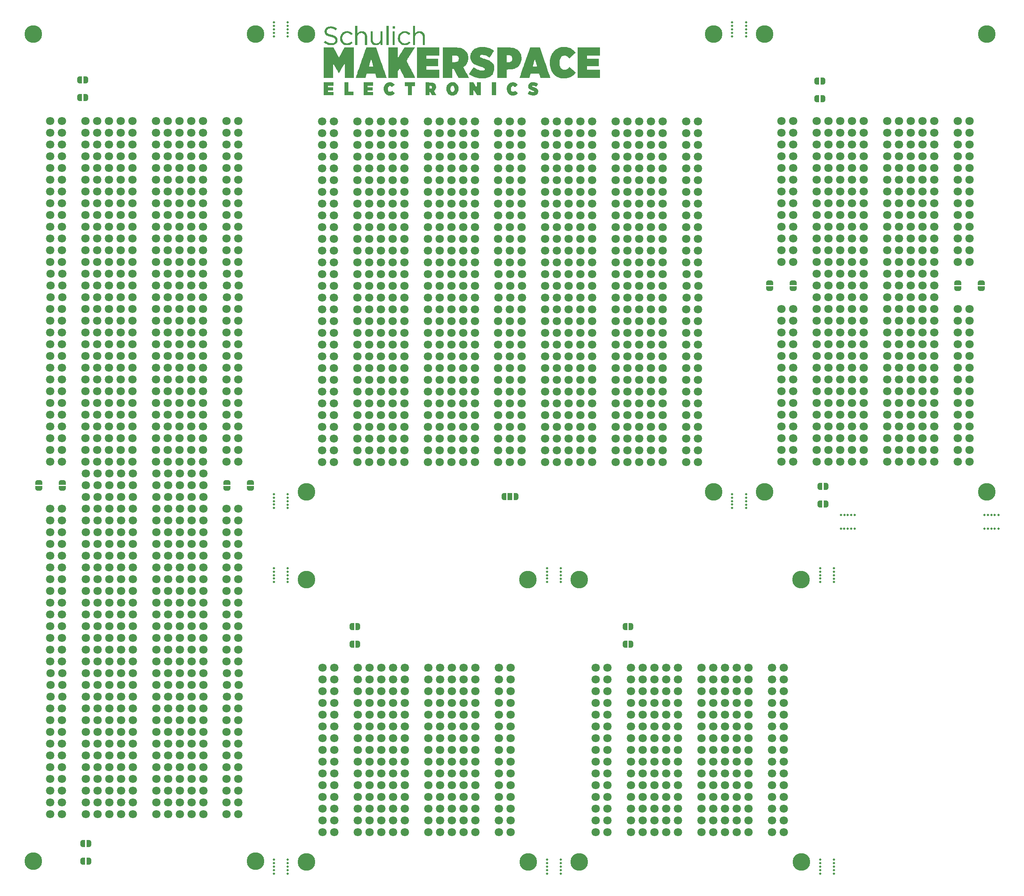
<source format=gts>
G04 #@! TF.GenerationSoftware,KiCad,Pcbnew,8.0.2*
G04 #@! TF.CreationDate,2024-05-07T14:07:03-06:00*
G04 #@! TF.ProjectId,Perfboard_Panel,50657266-626f-4617-9264-5f50616e656c,rev?*
G04 #@! TF.SameCoordinates,Original*
G04 #@! TF.FileFunction,Soldermask,Top*
G04 #@! TF.FilePolarity,Negative*
%FSLAX46Y46*%
G04 Gerber Fmt 4.6, Leading zero omitted, Abs format (unit mm)*
G04 Created by KiCad (PCBNEW 8.0.2) date 2024-05-07 14:07:03*
%MOMM*%
%LPD*%
G01*
G04 APERTURE LIST*
G04 Aperture macros list*
%AMFreePoly0*
4,1,19,0.500000,-0.750000,0.000000,-0.750000,0.000000,-0.744911,-0.071157,-0.744911,-0.207708,-0.704816,-0.327430,-0.627875,-0.420627,-0.520320,-0.479746,-0.390866,-0.500000,-0.250000,-0.500000,0.250000,-0.479746,0.390866,-0.420627,0.520320,-0.327430,0.627875,-0.207708,0.704816,-0.071157,0.744911,0.000000,0.744911,0.000000,0.750000,0.500000,0.750000,0.500000,-0.750000,0.500000,-0.750000,
$1*%
%AMFreePoly1*
4,1,19,0.000000,0.744911,0.071157,0.744911,0.207708,0.704816,0.327430,0.627875,0.420627,0.520320,0.479746,0.390866,0.500000,0.250000,0.500000,-0.250000,0.479746,-0.390866,0.420627,-0.520320,0.327430,-0.627875,0.207708,-0.704816,0.071157,-0.744911,0.000000,-0.744911,0.000000,-0.750000,-0.500000,-0.750000,-0.500000,0.750000,0.000000,0.750000,0.000000,0.744911,0.000000,0.744911,
$1*%
%AMFreePoly2*
4,1,19,0.000000,0.744911,0.071157,0.744911,0.207708,0.704816,0.327430,0.627875,0.420627,0.520320,0.479746,0.390866,0.500000,0.250000,0.500000,-0.250000,0.479746,-0.390866,0.420627,-0.520320,0.327430,-0.627875,0.207708,-0.704816,0.071157,-0.744911,0.000000,-0.744911,0.000000,-0.750000,-0.550000,-0.750000,-0.550000,0.750000,0.000000,0.750000,0.000000,0.744911,0.000000,0.744911,
$1*%
%AMFreePoly3*
4,1,19,0.550000,-0.750000,0.000000,-0.750000,0.000000,-0.744911,-0.071157,-0.744911,-0.207708,-0.704816,-0.327430,-0.627875,-0.420627,-0.520320,-0.479746,-0.390866,-0.500000,-0.250000,-0.500000,0.250000,-0.479746,0.390866,-0.420627,0.520320,-0.327430,0.627875,-0.207708,0.704816,-0.071157,0.744911,0.000000,0.744911,0.000000,0.750000,0.550000,0.750000,0.550000,-0.750000,0.550000,-0.750000,
$1*%
G04 Aperture macros list end*
%ADD10C,0.000000*%
%ADD11C,1.803200*%
%ADD12FreePoly0,0.000000*%
%ADD13FreePoly1,0.000000*%
%ADD14C,2.600000*%
%ADD15C,3.800000*%
%ADD16FreePoly0,90.000000*%
%ADD17FreePoly1,90.000000*%
%ADD18C,0.500000*%
%ADD19FreePoly2,0.000000*%
%ADD20R,1.000000X1.500000*%
%ADD21FreePoly3,0.000000*%
%ADD22FreePoly0,270.000000*%
%ADD23FreePoly1,270.000000*%
G04 APERTURE END LIST*
D10*
G36*
X113155187Y-49577594D02*
G01*
X113155187Y-49822474D01*
X112893418Y-49822474D01*
X112631649Y-49822474D01*
X112631649Y-49577594D01*
X112631649Y-49332713D01*
X112893418Y-49332713D01*
X113155187Y-49332713D01*
X113155187Y-49577594D01*
G37*
G36*
X117512903Y-50080020D02*
G01*
X117513438Y-50911769D01*
X117549525Y-50861104D01*
X117606819Y-50791319D01*
X117682281Y-50714123D01*
X117766239Y-50638279D01*
X117849020Y-50572552D01*
X117917687Y-50527508D01*
X118055297Y-50462626D01*
X118199173Y-50419823D01*
X118357556Y-50397189D01*
X118500333Y-50392318D01*
X118692436Y-50403081D01*
X118861423Y-50434785D01*
X119011982Y-50489195D01*
X119148801Y-50568077D01*
X119276571Y-50673194D01*
X119295623Y-50691708D01*
X119373246Y-50775378D01*
X119432880Y-50857529D01*
X119485736Y-50953614D01*
X119485921Y-50953990D01*
X119510538Y-51004438D01*
X119531722Y-51050157D01*
X119549747Y-51094046D01*
X119564889Y-51139003D01*
X119577425Y-51187928D01*
X119587629Y-51243720D01*
X119595779Y-51309279D01*
X119602149Y-51387503D01*
X119607016Y-51481292D01*
X119610656Y-51593546D01*
X119613344Y-51727162D01*
X119615356Y-51885042D01*
X119616968Y-52070083D01*
X119618456Y-52285186D01*
X119618890Y-52351496D01*
X119625540Y-53369016D01*
X119397370Y-53369016D01*
X119169201Y-53369016D01*
X119164089Y-52402161D01*
X119162986Y-52197208D01*
X119161939Y-52023162D01*
X119160829Y-51877153D01*
X119159538Y-51756311D01*
X119157947Y-51657767D01*
X119155938Y-51578652D01*
X119153391Y-51516096D01*
X119150188Y-51467229D01*
X119146210Y-51429181D01*
X119141339Y-51399084D01*
X119135456Y-51374068D01*
X119128442Y-51351263D01*
X119120179Y-51327800D01*
X119119593Y-51326177D01*
X119070416Y-51207594D01*
X119015102Y-51112414D01*
X118947186Y-51030265D01*
X118915941Y-50999570D01*
X118796391Y-50908363D01*
X118662272Y-50845708D01*
X118511104Y-50810703D01*
X118373671Y-50801995D01*
X118201188Y-50817714D01*
X118041784Y-50863509D01*
X117898090Y-50937335D01*
X117772735Y-51037149D01*
X117668349Y-51160907D01*
X117587560Y-51306565D01*
X117538002Y-51451521D01*
X117532214Y-51479027D01*
X117527334Y-51514218D01*
X117523290Y-51559923D01*
X117520011Y-51618970D01*
X117517425Y-51694189D01*
X117515460Y-51788408D01*
X117514045Y-51904456D01*
X117513106Y-52045161D01*
X117512573Y-52213353D01*
X117512374Y-52411861D01*
X117512367Y-52460597D01*
X117512367Y-53369016D01*
X117284375Y-53369016D01*
X117056383Y-53369016D01*
X117056383Y-51308644D01*
X117056383Y-49248272D01*
X117284375Y-49248272D01*
X117512367Y-49248272D01*
X117512903Y-50080020D01*
G37*
G36*
X113121410Y-51908179D02*
G01*
X113121410Y-53369016D01*
X112893418Y-53369016D01*
X112665426Y-53369016D01*
X112665426Y-51908179D01*
X112665426Y-50447341D01*
X112893418Y-50447341D01*
X113121410Y-50447341D01*
X113121410Y-51908179D01*
G37*
G36*
X111787235Y-51308644D02*
G01*
X111787235Y-53369016D01*
X111559242Y-53369016D01*
X111331250Y-53369016D01*
X111331250Y-51308644D01*
X111331250Y-49248272D01*
X111559242Y-49248272D01*
X111787235Y-49248272D01*
X111787235Y-51308644D01*
G37*
G36*
X105032450Y-50080020D02*
G01*
X105032985Y-50911769D01*
X105069073Y-50861104D01*
X105126367Y-50791319D01*
X105201829Y-50714123D01*
X105285787Y-50638279D01*
X105368568Y-50572552D01*
X105437235Y-50527508D01*
X105574845Y-50462626D01*
X105718721Y-50419823D01*
X105877104Y-50397189D01*
X106019881Y-50392318D01*
X106212126Y-50403090D01*
X106381172Y-50434797D01*
X106531607Y-50489166D01*
X106668018Y-50567925D01*
X106794990Y-50672804D01*
X106814319Y-50691708D01*
X106930768Y-50828683D01*
X107021072Y-50982333D01*
X107087990Y-51157494D01*
X107096023Y-51185351D01*
X107103591Y-51213653D01*
X107110062Y-51241720D01*
X107115541Y-51272390D01*
X107120135Y-51308500D01*
X107123948Y-51352889D01*
X107127084Y-51408395D01*
X107129651Y-51477855D01*
X107131751Y-51564107D01*
X107133492Y-51669990D01*
X107134977Y-51798341D01*
X107136313Y-51951998D01*
X107137604Y-52133799D01*
X107138934Y-52343052D01*
X107145278Y-53369016D01*
X106917014Y-53369016D01*
X106688749Y-53369016D01*
X106683637Y-52402161D01*
X106682534Y-52197208D01*
X106681487Y-52023162D01*
X106680377Y-51877153D01*
X106679086Y-51756311D01*
X106677495Y-51657767D01*
X106675486Y-51578652D01*
X106672938Y-51516096D01*
X106669735Y-51467229D01*
X106665758Y-51429181D01*
X106660887Y-51399084D01*
X106655004Y-51374068D01*
X106647990Y-51351263D01*
X106639727Y-51327800D01*
X106639141Y-51326177D01*
X106589964Y-51207594D01*
X106534650Y-51112414D01*
X106466733Y-51030265D01*
X106435489Y-50999570D01*
X106315939Y-50908363D01*
X106181820Y-50845708D01*
X106030652Y-50810703D01*
X105893219Y-50801995D01*
X105721116Y-50817753D01*
X105561864Y-50863630D01*
X105418158Y-50937531D01*
X105292692Y-51037361D01*
X105188161Y-51161026D01*
X105107262Y-51306431D01*
X105057550Y-51451521D01*
X105051762Y-51479027D01*
X105046881Y-51514218D01*
X105042838Y-51559923D01*
X105039559Y-51618970D01*
X105036973Y-51694189D01*
X105035008Y-51788408D01*
X105033593Y-51904456D01*
X105032654Y-52045161D01*
X105032121Y-52213353D01*
X105031922Y-52411861D01*
X105031915Y-52460597D01*
X105031915Y-53369016D01*
X104803923Y-53369016D01*
X104575931Y-53369016D01*
X104575931Y-51308644D01*
X104575931Y-49248272D01*
X104803923Y-49248272D01*
X105031915Y-49248272D01*
X105032450Y-50080020D01*
G37*
G36*
X115463662Y-50397004D02*
G01*
X115690624Y-50435512D01*
X115900853Y-50503301D01*
X116094908Y-50600638D01*
X116273349Y-50727790D01*
X116396478Y-50842065D01*
X116471214Y-50919081D01*
X116317926Y-51074867D01*
X116164638Y-51230653D01*
X116038789Y-51113432D01*
X115970516Y-51053807D01*
X115896038Y-50995030D01*
X115827817Y-50946746D01*
X115804908Y-50932432D01*
X115637912Y-50852339D01*
X115465562Y-50804489D01*
X115291240Y-50788498D01*
X115118324Y-50803982D01*
X114950195Y-50850554D01*
X114790232Y-50927831D01*
X114641817Y-51035429D01*
X114604830Y-51068995D01*
X114483346Y-51201952D01*
X114389348Y-51346215D01*
X114317341Y-51510454D01*
X114308335Y-51536636D01*
X114289769Y-51595752D01*
X114277088Y-51647935D01*
X114269200Y-51702189D01*
X114265011Y-51767522D01*
X114263431Y-51852937D01*
X114263278Y-51908179D01*
X114263934Y-52007570D01*
X114266632Y-52082204D01*
X114272464Y-52141086D01*
X114282521Y-52193220D01*
X114297895Y-52247612D01*
X114308335Y-52279721D01*
X114378056Y-52448508D01*
X114469121Y-52595834D01*
X114586715Y-52729901D01*
X114602958Y-52745585D01*
X114743729Y-52861692D01*
X114889830Y-52945944D01*
X115045667Y-52999977D01*
X115215641Y-53025428D01*
X115359110Y-53026569D01*
X115537206Y-53006042D01*
X115700573Y-52959566D01*
X115854149Y-52884973D01*
X116002870Y-52780095D01*
X116085406Y-52707766D01*
X116135647Y-52662914D01*
X116177445Y-52629552D01*
X116204345Y-52612665D01*
X116209747Y-52611719D01*
X116230230Y-52626257D01*
X116266844Y-52658157D01*
X116313439Y-52701421D01*
X116363866Y-52750051D01*
X116411977Y-52798048D01*
X116451620Y-52839415D01*
X116476648Y-52868153D01*
X116482181Y-52877453D01*
X116470569Y-52894509D01*
X116439104Y-52929055D01*
X116392841Y-52975768D01*
X116346702Y-53020085D01*
X116174554Y-53163875D01*
X115996203Y-53276114D01*
X115807641Y-53358956D01*
X115617501Y-53411947D01*
X115544352Y-53422592D01*
X115448256Y-53429924D01*
X115339315Y-53433844D01*
X115227626Y-53434250D01*
X115123289Y-53431039D01*
X115036404Y-53424110D01*
X114997171Y-53418189D01*
X114785881Y-53359883D01*
X114587192Y-53271402D01*
X114403993Y-53154923D01*
X114239173Y-53012621D01*
X114095622Y-52846673D01*
X113976230Y-52659253D01*
X113967507Y-52642820D01*
X113911052Y-52528996D01*
X113868998Y-52427645D01*
X113839390Y-52330103D01*
X113820271Y-52227703D01*
X113809683Y-52111780D01*
X113805671Y-51973667D01*
X113805457Y-51925067D01*
X113807163Y-51785636D01*
X113813432Y-51671446D01*
X113825874Y-51574090D01*
X113846102Y-51485160D01*
X113875726Y-51396251D01*
X113916356Y-51298956D01*
X113932066Y-51264416D01*
X114042159Y-51063882D01*
X114175430Y-50886884D01*
X114329678Y-50734669D01*
X114502705Y-50608481D01*
X114692313Y-50509566D01*
X114896301Y-50439170D01*
X115112472Y-50398538D01*
X115338625Y-50388915D01*
X115463662Y-50397004D01*
G37*
G36*
X108363284Y-51405752D02*
G01*
X108364721Y-51617448D01*
X108366153Y-51798343D01*
X108367835Y-51951412D01*
X108370021Y-52079630D01*
X108372963Y-52185971D01*
X108376915Y-52273410D01*
X108382131Y-52344922D01*
X108388863Y-52403482D01*
X108397365Y-52452064D01*
X108407890Y-52493644D01*
X108420692Y-52531195D01*
X108436024Y-52567693D01*
X108454140Y-52606113D01*
X108467925Y-52634337D01*
X108544385Y-52753832D01*
X108644486Y-52853180D01*
X108763876Y-52931138D01*
X108898205Y-52986460D01*
X109043121Y-53017903D01*
X109194272Y-53024222D01*
X109347307Y-53004172D01*
X109497875Y-52956510D01*
X109535591Y-52939674D01*
X109678290Y-52855064D01*
X109796828Y-52747756D01*
X109892269Y-52616515D01*
X109965680Y-52460102D01*
X109977241Y-52427391D01*
X110021308Y-52296609D01*
X110027235Y-51371975D01*
X110033163Y-50447341D01*
X110251555Y-50447341D01*
X110469947Y-50447341D01*
X110469947Y-51908179D01*
X110469947Y-53369016D01*
X110250399Y-53369016D01*
X110030852Y-53369016D01*
X110030852Y-53131474D01*
X110030852Y-52893931D01*
X109930618Y-53020064D01*
X109798235Y-53160967D01*
X109647941Y-53273298D01*
X109480350Y-53356677D01*
X109298918Y-53410142D01*
X109191169Y-53425639D01*
X109065725Y-53433187D01*
X108937781Y-53432515D01*
X108822536Y-53423354D01*
X108793905Y-53419112D01*
X108611279Y-53372552D01*
X108445737Y-53298044D01*
X108299415Y-53197153D01*
X108174451Y-53071447D01*
X108072979Y-52922491D01*
X108046129Y-52870812D01*
X108021463Y-52819267D01*
X108000236Y-52772019D01*
X107982191Y-52726166D01*
X107967069Y-52678811D01*
X107954612Y-52627055D01*
X107944562Y-52567998D01*
X107936660Y-52498742D01*
X107930649Y-52416387D01*
X107926270Y-52318035D01*
X107923264Y-52200787D01*
X107921374Y-52061743D01*
X107920341Y-51898005D01*
X107919908Y-51706674D01*
X107919815Y-51484851D01*
X107919814Y-51452907D01*
X107919814Y-50447341D01*
X108138351Y-50447341D01*
X108356888Y-50447341D01*
X108363284Y-51405752D01*
G37*
G36*
X102983210Y-50397004D02*
G01*
X103210172Y-50435512D01*
X103420401Y-50503301D01*
X103614456Y-50600638D01*
X103792897Y-50727790D01*
X103916026Y-50842065D01*
X103990762Y-50919081D01*
X103837474Y-51074867D01*
X103684186Y-51230653D01*
X103558337Y-51113432D01*
X103490063Y-51053807D01*
X103415586Y-50995030D01*
X103347365Y-50946746D01*
X103324455Y-50932432D01*
X103157459Y-50852339D01*
X102985110Y-50804489D01*
X102810787Y-50788498D01*
X102637872Y-50803982D01*
X102469742Y-50850554D01*
X102309780Y-50927831D01*
X102161365Y-51035429D01*
X102124378Y-51068995D01*
X102002893Y-51201952D01*
X101908896Y-51346215D01*
X101836889Y-51510454D01*
X101827883Y-51536636D01*
X101809317Y-51595752D01*
X101796636Y-51647935D01*
X101788747Y-51702189D01*
X101784559Y-51767522D01*
X101782979Y-51852937D01*
X101782826Y-51908179D01*
X101783482Y-52007570D01*
X101786180Y-52082204D01*
X101792012Y-52141086D01*
X101802069Y-52193220D01*
X101817443Y-52247612D01*
X101827883Y-52279721D01*
X101897604Y-52448508D01*
X101988669Y-52595834D01*
X102106263Y-52729901D01*
X102122506Y-52745585D01*
X102263276Y-52861692D01*
X102409378Y-52945944D01*
X102565215Y-52999977D01*
X102735189Y-53025428D01*
X102878657Y-53026569D01*
X103056754Y-53006042D01*
X103220121Y-52959566D01*
X103373697Y-52884973D01*
X103522418Y-52780095D01*
X103604953Y-52707766D01*
X103655195Y-52662914D01*
X103696992Y-52629552D01*
X103723893Y-52612665D01*
X103729295Y-52611719D01*
X103749778Y-52626257D01*
X103786392Y-52658157D01*
X103832987Y-52701421D01*
X103883414Y-52750051D01*
X103931524Y-52798048D01*
X103971168Y-52839415D01*
X103996196Y-52868153D01*
X104001729Y-52877453D01*
X103990117Y-52894509D01*
X103958652Y-52929055D01*
X103912389Y-52975768D01*
X103866249Y-53020085D01*
X103694102Y-53163875D01*
X103515751Y-53276114D01*
X103327189Y-53358956D01*
X103137049Y-53411947D01*
X103063900Y-53422592D01*
X102967804Y-53429924D01*
X102858863Y-53433844D01*
X102747174Y-53434250D01*
X102642837Y-53431039D01*
X102555952Y-53424110D01*
X102516719Y-53418189D01*
X102305429Y-53359883D01*
X102106740Y-53271402D01*
X101923541Y-53154923D01*
X101758721Y-53012621D01*
X101615170Y-52846673D01*
X101495778Y-52659253D01*
X101487055Y-52642820D01*
X101432315Y-52532970D01*
X101391133Y-52435506D01*
X101361722Y-52342288D01*
X101342292Y-52245175D01*
X101331054Y-52136024D01*
X101326222Y-52006696D01*
X101325667Y-51908179D01*
X101326223Y-51797749D01*
X101327791Y-51714062D01*
X101331132Y-51650086D01*
X101337006Y-51598786D01*
X101346175Y-51553131D01*
X101359400Y-51506087D01*
X101374106Y-51460639D01*
X101463213Y-51241145D01*
X101576281Y-51043815D01*
X101711395Y-50869916D01*
X101866638Y-50720714D01*
X102040092Y-50597477D01*
X102229840Y-50501471D01*
X102433966Y-50433965D01*
X102650551Y-50396226D01*
X102877681Y-50389519D01*
X102983210Y-50397004D01*
G37*
G36*
X99617105Y-49387535D02*
G01*
X99808636Y-49423298D01*
X99996733Y-49479377D01*
X100124243Y-49528646D01*
X100193857Y-49561019D01*
X100272327Y-49602738D01*
X100354310Y-49650323D01*
X100434467Y-49700296D01*
X100507455Y-49749180D01*
X100567933Y-49793495D01*
X100610560Y-49829764D01*
X100629995Y-49854509D01*
X100630612Y-49858381D01*
X100619944Y-49884713D01*
X100593412Y-49927892D01*
X100555784Y-49981814D01*
X100511828Y-50040375D01*
X100466314Y-50097473D01*
X100424008Y-50147003D01*
X100389680Y-50182861D01*
X100368097Y-50198945D01*
X100364606Y-50198886D01*
X100341984Y-50183513D01*
X100301018Y-50154335D01*
X100250521Y-50117629D01*
X100249862Y-50117146D01*
X100089330Y-50014547D01*
X99907963Y-49924600D01*
X99717895Y-49852608D01*
X99534774Y-49804568D01*
X99444499Y-49792277D01*
X99334962Y-49785727D01*
X99218497Y-49784923D01*
X99107442Y-49789873D01*
X99014133Y-49800583D01*
X98994349Y-49804301D01*
X98842061Y-49849795D01*
X98708714Y-49917147D01*
X98596867Y-50003651D01*
X98509083Y-50106603D01*
X98447923Y-50223298D01*
X98415947Y-50351032D01*
X98411703Y-50419577D01*
X98423054Y-50551086D01*
X98458382Y-50662526D01*
X98519599Y-50759400D01*
X98536678Y-50779244D01*
X98598706Y-50839768D01*
X98671803Y-50894786D01*
X98759315Y-50945717D01*
X98864586Y-50993978D01*
X98990962Y-51040987D01*
X99141790Y-51088162D01*
X99320414Y-51136921D01*
X99467221Y-51173587D01*
X99675875Y-51226894D01*
X99854902Y-51279034D01*
X100008326Y-51331767D01*
X100140170Y-51386855D01*
X100254457Y-51446059D01*
X100355211Y-51511139D01*
X100446453Y-51583858D01*
X100485085Y-51619166D01*
X100590940Y-51735533D01*
X100669366Y-51859467D01*
X100721992Y-51995504D01*
X100750448Y-52148179D01*
X100756363Y-52322028D01*
X100754519Y-52369181D01*
X100735550Y-52541676D01*
X100695805Y-52692408D01*
X100632158Y-52828410D01*
X100541484Y-52956716D01*
X100448855Y-53057097D01*
X100320809Y-53168129D01*
X100182114Y-53256487D01*
X100025539Y-53326085D01*
X99856610Y-53377641D01*
X99719290Y-53404452D01*
X99561160Y-53422064D01*
X99394087Y-53429820D01*
X99229941Y-53427066D01*
X99121261Y-53418321D01*
X98851751Y-53371068D01*
X98589207Y-53291221D01*
X98335366Y-53179557D01*
X98091964Y-53036851D01*
X97860736Y-52863879D01*
X97838689Y-52845236D01*
X97804048Y-52813408D01*
X97792395Y-52792690D01*
X97799891Y-52773668D01*
X97806285Y-52765719D01*
X97827996Y-52740021D01*
X97865162Y-52695873D01*
X97911535Y-52640701D01*
X97938117Y-52609043D01*
X97984999Y-52553306D01*
X98024245Y-52506868D01*
X98050424Y-52476141D01*
X98057530Y-52467991D01*
X98075080Y-52472088D01*
X98112575Y-52494249D01*
X98164193Y-52530697D01*
X98213866Y-52569321D01*
X98417277Y-52717925D01*
X98621172Y-52834429D01*
X98829340Y-52920344D01*
X99045573Y-52977183D01*
X99273660Y-53006459D01*
X99315227Y-53008868D01*
X99519271Y-53007667D01*
X99700075Y-52982980D01*
X99859097Y-52934358D01*
X99997796Y-52861355D01*
X100117630Y-52763523D01*
X100118896Y-52762260D01*
X100198877Y-52667538D01*
X100251253Y-52567668D01*
X100279255Y-52454527D01*
X100286304Y-52341205D01*
X100276168Y-52207244D01*
X100243717Y-52095374D01*
X100185882Y-51999929D01*
X100099597Y-51915247D01*
X100027915Y-51864009D01*
X99961038Y-51824227D01*
X99887077Y-51787646D01*
X99801527Y-51752697D01*
X99699881Y-51717807D01*
X99577633Y-51681406D01*
X99430276Y-51641923D01*
X99289894Y-51606720D01*
X99072292Y-51551051D01*
X98884862Y-51497736D01*
X98724221Y-51445264D01*
X98586985Y-51392121D01*
X98469773Y-51336796D01*
X98369201Y-51277776D01*
X98281886Y-51213549D01*
X98204446Y-51142602D01*
X98170153Y-51106121D01*
X98085975Y-50997298D01*
X98024426Y-50880775D01*
X97983561Y-50750679D01*
X97961439Y-50601139D01*
X97955919Y-50458763D01*
X97957004Y-50363363D01*
X97961413Y-50290855D01*
X97970543Y-50230409D01*
X97985792Y-50171196D01*
X97997925Y-50133350D01*
X98072517Y-49961412D01*
X98173975Y-49809931D01*
X98302264Y-49678938D01*
X98457350Y-49568464D01*
X98639202Y-49478537D01*
X98795125Y-49424002D01*
X98868514Y-49404241D01*
X98939898Y-49390223D01*
X99019182Y-49380613D01*
X99116273Y-49374079D01*
X99188564Y-49371030D01*
X99413346Y-49370606D01*
X99617105Y-49387535D01*
G37*
G36*
X157436304Y-54796078D02*
G01*
X157436304Y-55665825D01*
X156034575Y-55665825D01*
X154632846Y-55665825D01*
X154632846Y-56028923D01*
X154632846Y-56392022D01*
X155933245Y-56392022D01*
X157233644Y-56392022D01*
X157233644Y-57194216D01*
X157233644Y-57996410D01*
X155933245Y-57996410D01*
X154632846Y-57996410D01*
X154632846Y-58376397D01*
X154632846Y-58756383D01*
X156059907Y-58756383D01*
X157486969Y-58756383D01*
X157486969Y-59634575D01*
X157486969Y-60512766D01*
X155046610Y-60512766D01*
X152606250Y-60512766D01*
X152606250Y-57219548D01*
X152606250Y-53926330D01*
X155021277Y-53926330D01*
X157436304Y-53926330D01*
X157436304Y-54796078D01*
G37*
G36*
X143418385Y-53879778D02*
G01*
X144490160Y-53884109D01*
X145625813Y-57185772D01*
X145736716Y-57508249D01*
X145844671Y-57822253D01*
X145949164Y-58126288D01*
X146049684Y-58418861D01*
X146145718Y-58698475D01*
X146236753Y-58963638D01*
X146322278Y-59212854D01*
X146401779Y-59444628D01*
X146474745Y-59657468D01*
X146540663Y-59849877D01*
X146599021Y-60020361D01*
X146649306Y-60167426D01*
X146691006Y-60289578D01*
X146723608Y-60385321D01*
X146746601Y-60453162D01*
X146759471Y-60491606D01*
X146762183Y-60500224D01*
X146745892Y-60502376D01*
X146698645Y-60504281D01*
X146623261Y-60505919D01*
X146522561Y-60507266D01*
X146399363Y-60508302D01*
X146256488Y-60509004D01*
X146096755Y-60509350D01*
X145922984Y-60509318D01*
X145737995Y-60508886D01*
X145678969Y-60508668D01*
X144595038Y-60504322D01*
X144496473Y-60175000D01*
X144463159Y-60063821D01*
X144430000Y-59953392D01*
X144399383Y-59851637D01*
X144373690Y-59766482D01*
X144355459Y-59706350D01*
X144313010Y-59567022D01*
X143393856Y-59567022D01*
X142474702Y-59567022D01*
X142441035Y-59681018D01*
X142410239Y-59785634D01*
X142377431Y-59897675D01*
X142343959Y-60012483D01*
X142311166Y-60125402D01*
X142280398Y-60231775D01*
X142253000Y-60326945D01*
X142230318Y-60406255D01*
X142213697Y-60465050D01*
X142204483Y-60498671D01*
X142203059Y-60504757D01*
X142186750Y-60506700D01*
X142140140Y-60508362D01*
X142066703Y-60509751D01*
X141969913Y-60510874D01*
X141853244Y-60511739D01*
X141720170Y-60512353D01*
X141574166Y-60512725D01*
X141418705Y-60512862D01*
X141257261Y-60512770D01*
X141093310Y-60512459D01*
X140930323Y-60511935D01*
X140771777Y-60511207D01*
X140621145Y-60510281D01*
X140481901Y-60509166D01*
X140357519Y-60507868D01*
X140251473Y-60506396D01*
X140167238Y-60504757D01*
X140108288Y-60502959D01*
X140078096Y-60501009D01*
X140074817Y-60500100D01*
X140080193Y-60483128D01*
X140096044Y-60435710D01*
X140121859Y-60359339D01*
X140157126Y-60255508D01*
X140201334Y-60125712D01*
X140253972Y-59971445D01*
X140314528Y-59794198D01*
X140382493Y-59595467D01*
X140457353Y-59376745D01*
X140538599Y-59139526D01*
X140625720Y-58885302D01*
X140718203Y-58615569D01*
X140815538Y-58331819D01*
X140917214Y-58035546D01*
X140919202Y-58029757D01*
X142929256Y-58029757D01*
X142946068Y-58035570D01*
X142996239Y-58040215D01*
X143079371Y-58043677D01*
X143195067Y-58045942D01*
X143342928Y-58046995D01*
X143403935Y-58047075D01*
X143548276Y-58046771D01*
X143661802Y-58045771D01*
X143747470Y-58043940D01*
X143808236Y-58041146D01*
X143847057Y-58037254D01*
X143866889Y-58032130D01*
X143870823Y-58025965D01*
X143864705Y-58006013D01*
X143850119Y-57956805D01*
X143827996Y-57881528D01*
X143799266Y-57783367D01*
X143764861Y-57665508D01*
X143725711Y-57531139D01*
X143682748Y-57383445D01*
X143636903Y-57225612D01*
X143628710Y-57197382D01*
X143572143Y-57003378D01*
X143524006Y-56840389D01*
X143483797Y-56706853D01*
X143451017Y-56601209D01*
X143425164Y-56521896D01*
X143405736Y-56467355D01*
X143392233Y-56436023D01*
X143384155Y-56426341D01*
X143382044Y-56428964D01*
X143370911Y-56465844D01*
X143352450Y-56528954D01*
X143327742Y-56614473D01*
X143297868Y-56718579D01*
X143263908Y-56837451D01*
X143226945Y-56967267D01*
X143188057Y-57104206D01*
X143148328Y-57244448D01*
X143108836Y-57384170D01*
X143070663Y-57519551D01*
X143034891Y-57646770D01*
X143002599Y-57762006D01*
X142974869Y-57861437D01*
X142952782Y-57941242D01*
X142937418Y-57997599D01*
X142929859Y-58026688D01*
X142929256Y-58029757D01*
X140919202Y-58029757D01*
X141022719Y-57728243D01*
X141131542Y-57411405D01*
X141210555Y-57181441D01*
X142346610Y-53875447D01*
X143418385Y-53879778D01*
G37*
G36*
X136760805Y-53930614D02*
G01*
X137026512Y-53931658D01*
X137260919Y-53932648D01*
X137466502Y-53933698D01*
X137645737Y-53934921D01*
X137801101Y-53936431D01*
X137935069Y-53938341D01*
X138050118Y-53940764D01*
X138148725Y-53943813D01*
X138233364Y-53947602D01*
X138306513Y-53952245D01*
X138370648Y-53957854D01*
X138428244Y-53964542D01*
X138481778Y-53972424D01*
X138533726Y-53981612D01*
X138586564Y-53992219D01*
X138642769Y-54004360D01*
X138704817Y-54018147D01*
X138712882Y-54019942D01*
X139000565Y-54098396D01*
X139264587Y-54200339D01*
X139504561Y-54325405D01*
X139720104Y-54473228D01*
X139910827Y-54643442D01*
X140076347Y-54835681D01*
X140216276Y-55049579D01*
X140330230Y-55284771D01*
X140417822Y-55540890D01*
X140449507Y-55667197D01*
X140461872Y-55725203D01*
X140471364Y-55778640D01*
X140478357Y-55833251D01*
X140483223Y-55894780D01*
X140486335Y-55968969D01*
X140488067Y-56061563D01*
X140488790Y-56178305D01*
X140488897Y-56273804D01*
X140488643Y-56410123D01*
X140487634Y-56518412D01*
X140485496Y-56604414D01*
X140481856Y-56673872D01*
X140476342Y-56732530D01*
X140468580Y-56786132D01*
X140458198Y-56840420D01*
X140449507Y-56880411D01*
X140373259Y-57151987D01*
X140270979Y-57402085D01*
X140142780Y-57630607D01*
X139988777Y-57837458D01*
X139809085Y-58022539D01*
X139603819Y-58185753D01*
X139373093Y-58327005D01*
X139117021Y-58446196D01*
X138835720Y-58543229D01*
X138529302Y-58618008D01*
X138360971Y-58647926D01*
X138280077Y-58657701D01*
X138170103Y-58666520D01*
X138035739Y-58674113D01*
X137881674Y-58680206D01*
X137740326Y-58683969D01*
X137288564Y-58693527D01*
X137288564Y-59603147D01*
X137288564Y-60512766D01*
X136266822Y-60512766D01*
X135245080Y-60512766D01*
X135245080Y-57218715D01*
X135245080Y-57135107D01*
X137288564Y-57135107D01*
X137563673Y-57135107D01*
X137704174Y-57133279D01*
X137814141Y-57127656D01*
X137896626Y-57118033D01*
X137935499Y-57109915D01*
X138090543Y-57054675D01*
X138220898Y-56976548D01*
X138326019Y-56876266D01*
X138405362Y-56754564D01*
X138458380Y-56612175D01*
X138484529Y-56449832D01*
X138487384Y-56367363D01*
X138474432Y-56190810D01*
X138436252Y-56036707D01*
X138372816Y-55905017D01*
X138284100Y-55795706D01*
X138170078Y-55708737D01*
X138030725Y-55644073D01*
X137959774Y-55622250D01*
X137893396Y-55610738D01*
X137794730Y-55603018D01*
X137663269Y-55599058D01*
X137579887Y-55598472D01*
X137288564Y-55598272D01*
X137288564Y-56366689D01*
X137288564Y-57135107D01*
X135245080Y-57135107D01*
X135245080Y-56366689D01*
X135245080Y-53924663D01*
X136760805Y-53930614D01*
G37*
G36*
X125158544Y-53930861D02*
G01*
X125437855Y-53931929D01*
X125685743Y-53932971D01*
X125904562Y-53934096D01*
X126096667Y-53935411D01*
X126264410Y-53937024D01*
X126410146Y-53939044D01*
X126536228Y-53941578D01*
X126645010Y-53944736D01*
X126738846Y-53948624D01*
X126820090Y-53953351D01*
X126891095Y-53959026D01*
X126954216Y-53965755D01*
X127011805Y-53973648D01*
X127066218Y-53982813D01*
X127119807Y-53993357D01*
X127174926Y-54005388D01*
X127233930Y-54019016D01*
X127271828Y-54027921D01*
X127556438Y-54109120D01*
X127816878Y-54212946D01*
X128052748Y-54339056D01*
X128263644Y-54487106D01*
X128449166Y-54656754D01*
X128608912Y-54847655D01*
X128742480Y-55059466D01*
X128849468Y-55291843D01*
X128892053Y-55413066D01*
X128943507Y-55613638D01*
X128978216Y-55833973D01*
X128996246Y-56066390D01*
X128997666Y-56303209D01*
X128982544Y-56536749D01*
X128950947Y-56759329D01*
X128902943Y-56963270D01*
X128877647Y-57042257D01*
X128777010Y-57279791D01*
X128647845Y-57499320D01*
X128490352Y-57700602D01*
X128304731Y-57883400D01*
X128091181Y-58047472D01*
X127984250Y-58116211D01*
X127884389Y-58176903D01*
X128527262Y-59315280D01*
X128629322Y-59496200D01*
X128726591Y-59669008D01*
X128817781Y-59831390D01*
X128901601Y-59981034D01*
X128976764Y-60115625D01*
X129041979Y-60232849D01*
X129095957Y-60330395D01*
X129137410Y-60405947D01*
X129165048Y-60457193D01*
X129177582Y-60481818D01*
X129178159Y-60483331D01*
X129178357Y-60489154D01*
X129174008Y-60494145D01*
X129162770Y-60498356D01*
X129142302Y-60501840D01*
X129110264Y-60504649D01*
X129064313Y-60506835D01*
X129002110Y-60508450D01*
X128921312Y-60509547D01*
X128819580Y-60510177D01*
X128694571Y-60510394D01*
X128543946Y-60510250D01*
X128365362Y-60509796D01*
X128156478Y-60509085D01*
X128043527Y-60508663D01*
X126900872Y-60504322D01*
X126390695Y-59546410D01*
X125880519Y-58588497D01*
X125724302Y-58587999D01*
X125568086Y-58587500D01*
X125568086Y-59550133D01*
X125568086Y-60512766D01*
X124554788Y-60512766D01*
X123541490Y-60512766D01*
X123541490Y-57218761D01*
X123541490Y-57084442D01*
X125568086Y-57084442D01*
X125937323Y-57084442D01*
X126051995Y-57083649D01*
X126160966Y-57081433D01*
X126257681Y-57078041D01*
X126335584Y-57073717D01*
X126388119Y-57068708D01*
X126397456Y-57067204D01*
X126508747Y-57035733D01*
X126619316Y-56986259D01*
X126716711Y-56925028D01*
X126767210Y-56881727D01*
X126842882Y-56783898D01*
X126898272Y-56666203D01*
X126933436Y-56534842D01*
X126948425Y-56396012D01*
X126943296Y-56255913D01*
X126918101Y-56120743D01*
X126872895Y-55996701D01*
X126807732Y-55889986D01*
X126758102Y-55835950D01*
X126697236Y-55783941D01*
X126636421Y-55742289D01*
X126571030Y-55709907D01*
X126496437Y-55685709D01*
X126408016Y-55668610D01*
X126301141Y-55657524D01*
X126171186Y-55651365D01*
X126013523Y-55649046D01*
X125961412Y-55648937D01*
X125568086Y-55648937D01*
X125568086Y-56366689D01*
X125568086Y-57084442D01*
X123541490Y-57084442D01*
X123541490Y-56366689D01*
X123541490Y-53924756D01*
X125158544Y-53930861D01*
G37*
G36*
X122713963Y-54796078D02*
G01*
X122713963Y-55665825D01*
X121312235Y-55665825D01*
X119910506Y-55665825D01*
X119910506Y-56028923D01*
X119910506Y-56392022D01*
X121210905Y-56392022D01*
X122511304Y-56392022D01*
X122511304Y-57194216D01*
X122511304Y-57996410D01*
X121210905Y-57996410D01*
X119910506Y-57996410D01*
X119910506Y-58376397D01*
X119910506Y-58756383D01*
X121337567Y-58756383D01*
X122764628Y-58756383D01*
X122764628Y-59634575D01*
X122764628Y-60512766D01*
X120324269Y-60512766D01*
X117883910Y-60512766D01*
X117883910Y-57219548D01*
X117883910Y-53926330D01*
X120298937Y-53926330D01*
X122713963Y-53926330D01*
X122713963Y-54796078D01*
G37*
G36*
X113784159Y-55083541D02*
G01*
X113788498Y-56240751D01*
X114487806Y-55104651D01*
X114597840Y-54926011D01*
X114703030Y-54755475D01*
X114801994Y-54595267D01*
X114893354Y-54447608D01*
X114975730Y-54314721D01*
X115047741Y-54198829D01*
X115108008Y-54102154D01*
X115155152Y-54026919D01*
X115187792Y-53975345D01*
X115204549Y-53949657D01*
X115206281Y-53947321D01*
X115216787Y-53942999D01*
X115241246Y-53939326D01*
X115281686Y-53936274D01*
X115340134Y-53933812D01*
X115418618Y-53931913D01*
X115519164Y-53930545D01*
X115643801Y-53929680D01*
X115794556Y-53929288D01*
X115973455Y-53929339D01*
X116182528Y-53929805D01*
X116367022Y-53930433D01*
X117508596Y-53934774D01*
X116590069Y-55333568D01*
X116461183Y-55530008D01*
X116337674Y-55718570D01*
X116220792Y-55897326D01*
X116111789Y-56064352D01*
X116011915Y-56217720D01*
X115922418Y-56355504D01*
X115844551Y-56475778D01*
X115779562Y-56576615D01*
X115728702Y-56656090D01*
X115693221Y-56712275D01*
X115674370Y-56743246D01*
X115671543Y-56748846D01*
X115679019Y-56765718D01*
X115700831Y-56810884D01*
X115736059Y-56882505D01*
X115783781Y-56978740D01*
X115843075Y-57097750D01*
X115913020Y-57237696D01*
X115992694Y-57396737D01*
X116081176Y-57573034D01*
X116177545Y-57764748D01*
X116280878Y-57970038D01*
X116390255Y-58187065D01*
X116504753Y-58413989D01*
X116608844Y-58620065D01*
X116727095Y-58854214D01*
X116841034Y-59080117D01*
X116949737Y-59295933D01*
X117052283Y-59499819D01*
X117147750Y-59689931D01*
X117235217Y-59864427D01*
X117313761Y-60021464D01*
X117382460Y-60159200D01*
X117440394Y-60275791D01*
X117486639Y-60369394D01*
X117520275Y-60438168D01*
X117540378Y-60480269D01*
X117546144Y-60493783D01*
X117536072Y-60497743D01*
X117504900Y-60501172D01*
X117451191Y-60504090D01*
X117373513Y-60506521D01*
X117270429Y-60508487D01*
X117140504Y-60510010D01*
X116982304Y-60511113D01*
X116794393Y-60511818D01*
X116575337Y-60512147D01*
X116368185Y-60512151D01*
X115190227Y-60511535D01*
X114835889Y-59773288D01*
X114759036Y-59613200D01*
X114681500Y-59451746D01*
X114605555Y-59293664D01*
X114533480Y-59143688D01*
X114467550Y-59006555D01*
X114410042Y-58887003D01*
X114363232Y-58789766D01*
X114337492Y-58736358D01*
X114193432Y-58437676D01*
X113986743Y-58730108D01*
X113780054Y-59022539D01*
X113780054Y-59767653D01*
X113780054Y-60512766D01*
X112758312Y-60512766D01*
X111736570Y-60512766D01*
X111736570Y-57219548D01*
X111736570Y-53926330D01*
X112758195Y-53926330D01*
X113779821Y-53926330D01*
X113784159Y-55083541D01*
G37*
G36*
X108032651Y-53879763D02*
G01*
X109105019Y-53884109D01*
X110243150Y-57194216D01*
X110354127Y-57516993D01*
X110462155Y-57831223D01*
X110566722Y-58135418D01*
X110667318Y-58428091D01*
X110763432Y-58707755D01*
X110854553Y-58972921D01*
X110940170Y-59222102D01*
X111019772Y-59453810D01*
X111092848Y-59666558D01*
X111158886Y-59858858D01*
X111217376Y-60029222D01*
X111267807Y-60176163D01*
X111309668Y-60298192D01*
X111342448Y-60393823D01*
X111365636Y-60461568D01*
X111378720Y-60499939D01*
X111381599Y-60508544D01*
X111365236Y-60509276D01*
X111317917Y-60509967D01*
X111242459Y-60510607D01*
X111141683Y-60511185D01*
X111018407Y-60511690D01*
X110875451Y-60512111D01*
X110715634Y-60512437D01*
X110541776Y-60512657D01*
X110356695Y-60512760D01*
X110296544Y-60512766D01*
X109211172Y-60512766D01*
X109069679Y-60039751D01*
X108928185Y-59566736D01*
X108006711Y-59571101D01*
X107085237Y-59575466D01*
X106949934Y-60044116D01*
X106814632Y-60512766D01*
X105752422Y-60512766D01*
X104690212Y-60512766D01*
X104697768Y-60474768D01*
X104703946Y-60455200D01*
X104720590Y-60405248D01*
X104747170Y-60326462D01*
X104783154Y-60220392D01*
X104828014Y-60088591D01*
X104881216Y-59932609D01*
X104942231Y-59753997D01*
X105010528Y-59554307D01*
X105085576Y-59335089D01*
X105166843Y-59097894D01*
X105253801Y-58844273D01*
X105345916Y-58575778D01*
X105442660Y-58293959D01*
X105527457Y-58047075D01*
X107533768Y-58047075D01*
X108013084Y-58047075D01*
X108492401Y-58047075D01*
X108470812Y-57975300D01*
X108461711Y-57944508D01*
X108444242Y-57884902D01*
X108419461Y-57800103D01*
X108388424Y-57693730D01*
X108352187Y-57569405D01*
X108311806Y-57430748D01*
X108268337Y-57281380D01*
X108231905Y-57156118D01*
X108187476Y-57004373D01*
X108145635Y-56863501D01*
X108107355Y-56736631D01*
X108073608Y-56626896D01*
X108045369Y-56537425D01*
X108023610Y-56471351D01*
X108009304Y-56431805D01*
X108003608Y-56421477D01*
X107996801Y-56439946D01*
X107981836Y-56487507D01*
X107959721Y-56560745D01*
X107931463Y-56656242D01*
X107898069Y-56770582D01*
X107860544Y-56900348D01*
X107819897Y-57042123D01*
X107795813Y-57126663D01*
X107752662Y-57278454D01*
X107711220Y-57424201D01*
X107672654Y-57559799D01*
X107638132Y-57681147D01*
X107608821Y-57784142D01*
X107585888Y-57864680D01*
X107570501Y-57918658D01*
X107566382Y-57933079D01*
X107533768Y-58047075D01*
X105527457Y-58047075D01*
X105543500Y-58000368D01*
X105647907Y-57696556D01*
X105755349Y-57384073D01*
X105782893Y-57303990D01*
X105891657Y-56987770D01*
X105997909Y-56678823D01*
X106101093Y-56378773D01*
X106200649Y-56089244D01*
X106296020Y-55811861D01*
X106386646Y-55548247D01*
X106471972Y-55300026D01*
X106551437Y-55068823D01*
X106624484Y-54856261D01*
X106690554Y-54663965D01*
X106749091Y-54493558D01*
X106799534Y-54346665D01*
X106841328Y-54224910D01*
X106873912Y-54129917D01*
X106896729Y-54063309D01*
X106909221Y-54026711D01*
X106910372Y-54023313D01*
X106960283Y-53875416D01*
X108032651Y-53879763D01*
G37*
G36*
X98846576Y-53930423D02*
G01*
X99889429Y-53934774D01*
X100472075Y-55002330D01*
X100567723Y-55177375D01*
X100658716Y-55343501D01*
X100743757Y-55498364D01*
X100821548Y-55639621D01*
X100890793Y-55764928D01*
X100950195Y-55871944D01*
X100998456Y-55958324D01*
X101034279Y-56021725D01*
X101056368Y-56059805D01*
X101063384Y-56070515D01*
X101072743Y-56056205D01*
X101097059Y-56014616D01*
X101135032Y-55948076D01*
X101185359Y-55858911D01*
X101246739Y-55749448D01*
X101317870Y-55622013D01*
X101397450Y-55478934D01*
X101484177Y-55322536D01*
X101576749Y-55155147D01*
X101662919Y-54998958D01*
X102253790Y-53926773D01*
X103288199Y-53926552D01*
X104322607Y-53926330D01*
X104322607Y-57219548D01*
X104322607Y-60512766D01*
X103317753Y-60512766D01*
X102312899Y-60512766D01*
X102312899Y-58929887D01*
X102312899Y-57347008D01*
X101692254Y-58414436D01*
X101590940Y-58588247D01*
X101494251Y-58753275D01*
X101403563Y-58907226D01*
X101320250Y-59047809D01*
X101245685Y-59172729D01*
X101181243Y-59279694D01*
X101128298Y-59366411D01*
X101088223Y-59430587D01*
X101062393Y-59469930D01*
X101052372Y-59482221D01*
X101040986Y-59468018D01*
X101014156Y-59426823D01*
X100973257Y-59360937D01*
X100919661Y-59272663D01*
X100854740Y-59164302D01*
X100779867Y-59038155D01*
X100696415Y-58896524D01*
X100605757Y-58741710D01*
X100509264Y-58576015D01*
X100419061Y-58420343D01*
X99804987Y-57358106D01*
X99800679Y-58935436D01*
X99796370Y-60512766D01*
X98800047Y-60512766D01*
X97803724Y-60512766D01*
X97803724Y-57219419D01*
X97803724Y-53926073D01*
X98846576Y-53930423D01*
G37*
G36*
X132213590Y-53819949D02*
G01*
X132382406Y-53825274D01*
X132534162Y-53834948D01*
X132677158Y-53849731D01*
X132819693Y-53870384D01*
X132970066Y-53897668D01*
X133039866Y-53911766D01*
X133188554Y-53947193D01*
X133352850Y-53994148D01*
X133520004Y-54048523D01*
X133677266Y-54106204D01*
X133793839Y-54154855D01*
X133900968Y-54205657D01*
X134011434Y-54262784D01*
X134121284Y-54323706D01*
X134226566Y-54385893D01*
X134323325Y-54446814D01*
X134407609Y-54503940D01*
X134475465Y-54554739D01*
X134522939Y-54596682D01*
X134546078Y-54627239D01*
X134547370Y-54637157D01*
X134537647Y-54654428D01*
X134511771Y-54696815D01*
X134471844Y-54761016D01*
X134419968Y-54843730D01*
X134358247Y-54941655D01*
X134288782Y-55051489D01*
X134213678Y-55169931D01*
X134135036Y-55293679D01*
X134054958Y-55419432D01*
X133975549Y-55543887D01*
X133898910Y-55663743D01*
X133827144Y-55775699D01*
X133762354Y-55876453D01*
X133706642Y-55962703D01*
X133662112Y-56031148D01*
X133630865Y-56078485D01*
X133615005Y-56101414D01*
X133614228Y-56102378D01*
X133598908Y-56096173D01*
X133560659Y-56074988D01*
X133505014Y-56042028D01*
X133437507Y-56000497D01*
X133427636Y-55994314D01*
X133165888Y-55845183D01*
X132898408Y-55722046D01*
X132629246Y-55626304D01*
X132362450Y-55559360D01*
X132102070Y-55522613D01*
X132054707Y-55519223D01*
X131906747Y-55519486D01*
X131779310Y-55538528D01*
X131674387Y-55575272D01*
X131593972Y-55628637D01*
X131540055Y-55697546D01*
X131514630Y-55780917D01*
X131512830Y-55812759D01*
X131520858Y-55871264D01*
X131546018Y-55927024D01*
X131590097Y-55981005D01*
X131654883Y-56034177D01*
X131742165Y-56087507D01*
X131853730Y-56141964D01*
X131991368Y-56198516D01*
X132156866Y-56258130D01*
X132352012Y-56321776D01*
X132578595Y-56390421D01*
X132581115Y-56391163D01*
X132913788Y-56497167D01*
X133214205Y-56610344D01*
X133483266Y-56731419D01*
X133721868Y-56861114D01*
X133930912Y-57000155D01*
X134111296Y-57149266D01*
X134263920Y-57309171D01*
X134389682Y-57480593D01*
X134489482Y-57664257D01*
X134564220Y-57860888D01*
X134605211Y-58021376D01*
X134621331Y-58127684D01*
X134631947Y-58257278D01*
X134636979Y-58400110D01*
X134636349Y-58546128D01*
X134629978Y-58685282D01*
X134617789Y-58807521D01*
X134611657Y-58847206D01*
X134552232Y-59098054D01*
X134464268Y-59336997D01*
X134349784Y-59558862D01*
X134307401Y-59626131D01*
X134241766Y-59714509D01*
X134156277Y-59813620D01*
X134058978Y-59915158D01*
X133957915Y-60010817D01*
X133861135Y-60092294D01*
X133840697Y-60107878D01*
X133639339Y-60239363D01*
X133412376Y-60353817D01*
X133164255Y-60449635D01*
X132899421Y-60525212D01*
X132622317Y-60578942D01*
X132488731Y-60596232D01*
X132390621Y-60603901D01*
X132267066Y-60608943D01*
X132126289Y-60611419D01*
X131976515Y-60611391D01*
X131825967Y-60608918D01*
X131682870Y-60604063D01*
X131555447Y-60596886D01*
X131462102Y-60588619D01*
X131065169Y-60529758D01*
X130688030Y-60443772D01*
X130330018Y-60330408D01*
X129990464Y-60189415D01*
X129668701Y-60020540D01*
X129364060Y-59823531D01*
X129286746Y-59767047D01*
X129129542Y-59649344D01*
X129160084Y-59603452D01*
X129238859Y-59485257D01*
X129323791Y-59358126D01*
X129412941Y-59224936D01*
X129504371Y-59088563D01*
X129596144Y-58951882D01*
X129686321Y-58817770D01*
X129772966Y-58689102D01*
X129854139Y-58568753D01*
X129927903Y-58459600D01*
X129992320Y-58364519D01*
X130045453Y-58286385D01*
X130085364Y-58228074D01*
X130110114Y-58192461D01*
X130117805Y-58182181D01*
X130133083Y-58191073D01*
X130171454Y-58215607D01*
X130227986Y-58252570D01*
X130297747Y-58298749D01*
X130341080Y-58327654D01*
X130601725Y-58486454D01*
X130876753Y-58625000D01*
X131158574Y-58740002D01*
X131439599Y-58828170D01*
X131565663Y-58858624D01*
X131671979Y-58877600D01*
X131791236Y-58891982D01*
X131915686Y-58901488D01*
X132037580Y-58905834D01*
X132149169Y-58904735D01*
X132242705Y-58897908D01*
X132307952Y-58885810D01*
X132409446Y-58847700D01*
X132482851Y-58798993D01*
X132533163Y-58735905D01*
X132549044Y-58703162D01*
X132570840Y-58625402D01*
X132568300Y-58553237D01*
X132540145Y-58485573D01*
X132485094Y-58421317D01*
X132401867Y-58359376D01*
X132289184Y-58298656D01*
X132145763Y-58238065D01*
X131970326Y-58176510D01*
X131909641Y-58157186D01*
X131620395Y-58065167D01*
X131361611Y-57978834D01*
X131130692Y-57896953D01*
X130925040Y-57818287D01*
X130742057Y-57741602D01*
X130579147Y-57665660D01*
X130433711Y-57589227D01*
X130303152Y-57511066D01*
X130184874Y-57429943D01*
X130076277Y-57344620D01*
X129974766Y-57253863D01*
X129939966Y-57220127D01*
X129785172Y-57046981D01*
X129660948Y-56862662D01*
X129564769Y-56662758D01*
X129494111Y-56442854D01*
X129493025Y-56438557D01*
X129477882Y-56355829D01*
X129466453Y-56248016D01*
X129458921Y-56123622D01*
X129455467Y-55991154D01*
X129456275Y-55859117D01*
X129461527Y-55736017D01*
X129471403Y-55630359D01*
X129475165Y-55604154D01*
X129532235Y-55345803D01*
X129618490Y-55103704D01*
X129732941Y-54878926D01*
X129874603Y-54672536D01*
X130042489Y-54485601D01*
X130235611Y-54319190D01*
X130452982Y-54174371D01*
X130693616Y-54052211D01*
X130956526Y-53953779D01*
X131017505Y-53935342D01*
X131154981Y-53898236D01*
X131286024Y-53869311D01*
X131417703Y-53847740D01*
X131557085Y-53832697D01*
X131711239Y-53823355D01*
X131887234Y-53818889D01*
X132019415Y-53818211D01*
X132213590Y-53819949D01*
G37*
G36*
X149878790Y-53796348D02*
G01*
X150204340Y-53822060D01*
X150511582Y-53875989D01*
X150801162Y-53958395D01*
X151073726Y-54069536D01*
X151329919Y-54209673D01*
X151570386Y-54379063D01*
X151775257Y-54558049D01*
X151840012Y-54622748D01*
X151908275Y-54695122D01*
X151976282Y-54770686D01*
X152040268Y-54844954D01*
X152096470Y-54913439D01*
X152141124Y-54971654D01*
X152170467Y-55015114D01*
X152180733Y-55039333D01*
X152180418Y-55040972D01*
X152167689Y-55053750D01*
X152132672Y-55086918D01*
X152077992Y-55138060D01*
X152006273Y-55204756D01*
X151920139Y-55284588D01*
X151822214Y-55375138D01*
X151715122Y-55473986D01*
X151601487Y-55578716D01*
X151483934Y-55686908D01*
X151365086Y-55796145D01*
X151247568Y-55904007D01*
X151134003Y-56008076D01*
X151027016Y-56105935D01*
X150929231Y-56195164D01*
X150843272Y-56273345D01*
X150839346Y-56276907D01*
X150803493Y-56309438D01*
X150727206Y-56202531D01*
X150656601Y-56113968D01*
X150571212Y-56022836D01*
X150479633Y-55937258D01*
X150390456Y-55865356D01*
X150324643Y-55822010D01*
X150181122Y-55754289D01*
X150030308Y-55711942D01*
X149864024Y-55692956D01*
X149794349Y-55691448D01*
X149673604Y-55695317D01*
X149573092Y-55708776D01*
X149479934Y-55734754D01*
X149381250Y-55776181D01*
X149345809Y-55793474D01*
X149201156Y-55884527D01*
X149073374Y-56003556D01*
X148963252Y-56148835D01*
X148871581Y-56318638D01*
X148799149Y-56511238D01*
X148746745Y-56724910D01*
X148715159Y-56957927D01*
X148705153Y-57194659D01*
X148711214Y-57416179D01*
X148730499Y-57612835D01*
X148764342Y-57791377D01*
X148814076Y-57958555D01*
X148881035Y-58121120D01*
X148893249Y-58146769D01*
X148938783Y-58236061D01*
X148980970Y-58305546D01*
X149028167Y-58367104D01*
X149088727Y-58432615D01*
X149107836Y-58451904D01*
X149237555Y-58565394D01*
X149371532Y-58648536D01*
X149514924Y-58703263D01*
X149672889Y-58731509D01*
X149850583Y-58735209D01*
X149861902Y-58734697D01*
X149990017Y-58724080D01*
X150099299Y-58703546D01*
X150203366Y-58669351D01*
X150315836Y-58617755D01*
X150347868Y-58601169D01*
X150417781Y-58556232D01*
X150499241Y-58491290D01*
X150584296Y-58413920D01*
X150664994Y-58331696D01*
X150733383Y-58252193D01*
X150774367Y-58194878D01*
X150804822Y-58150875D01*
X150830596Y-58121735D01*
X150842277Y-58114658D01*
X150858112Y-58125496D01*
X150896192Y-58156353D01*
X150953681Y-58204726D01*
X151027744Y-58268110D01*
X151115548Y-58344003D01*
X151214256Y-58429902D01*
X151321035Y-58523301D01*
X151433049Y-58621698D01*
X151547464Y-58722589D01*
X151661445Y-58823471D01*
X151772157Y-58921840D01*
X151876766Y-59015192D01*
X151972437Y-59101024D01*
X152056335Y-59176833D01*
X152125625Y-59240114D01*
X152177473Y-59288364D01*
X152209044Y-59319079D01*
X152217820Y-59329508D01*
X152206982Y-59353665D01*
X152177115Y-59397761D01*
X152132184Y-59456996D01*
X152076157Y-59526570D01*
X152013002Y-59601684D01*
X151946684Y-59677538D01*
X151881172Y-59749331D01*
X151820432Y-59812265D01*
X151811459Y-59821156D01*
X151583379Y-60022664D01*
X151337878Y-60195585D01*
X151074552Y-60340112D01*
X150792995Y-60456440D01*
X150492802Y-60544763D01*
X150174322Y-60605167D01*
X150098729Y-60613031D01*
X149997658Y-60619450D01*
X149879384Y-60624290D01*
X149752178Y-60627412D01*
X149624315Y-60628681D01*
X149504069Y-60627961D01*
X149399713Y-60625115D01*
X149319520Y-60620008D01*
X149313032Y-60619355D01*
X149210065Y-60604909D01*
X149087213Y-60582083D01*
X148956517Y-60553528D01*
X148830015Y-60521893D01*
X148719748Y-60489828D01*
X148709546Y-60486526D01*
X148422949Y-60376760D01*
X148156234Y-60241170D01*
X147906587Y-60077976D01*
X147671191Y-59885398D01*
X147509695Y-59728324D01*
X147306340Y-59493846D01*
X147129610Y-59240838D01*
X146979021Y-58968301D01*
X146854087Y-58675234D01*
X146754326Y-58360635D01*
X146679253Y-58023506D01*
X146675930Y-58004854D01*
X146662443Y-57907111D01*
X146650966Y-57782518D01*
X146641669Y-57637951D01*
X146634718Y-57480286D01*
X146630281Y-57316401D01*
X146628527Y-57153170D01*
X146629624Y-56997471D01*
X146633738Y-56856180D01*
X146641038Y-56736172D01*
X146644140Y-56702753D01*
X146693560Y-56369459D01*
X146771311Y-56047931D01*
X146876318Y-55740309D01*
X147007507Y-55448735D01*
X147163802Y-55175350D01*
X147344130Y-54922292D01*
X147547413Y-54691705D01*
X147746565Y-54507288D01*
X148002887Y-54313618D01*
X148274014Y-54150188D01*
X148559237Y-54017235D01*
X148857847Y-53914993D01*
X149169138Y-53843699D01*
X149492402Y-53803590D01*
X149826929Y-53794900D01*
X149878790Y-53796348D01*
G37*
G36*
X134991756Y-62868684D02*
G01*
X134991756Y-64261969D01*
X134552660Y-64261969D01*
X134113564Y-64261969D01*
X134113564Y-62868684D01*
X134113564Y-61475399D01*
X134552660Y-61475399D01*
X134991756Y-61475399D01*
X134991756Y-62868684D01*
G37*
G36*
X131681649Y-62868684D02*
G01*
X131681649Y-64261969D01*
X131293956Y-64261969D01*
X130906263Y-64261969D01*
X130500206Y-63659333D01*
X130094149Y-63056698D01*
X130094149Y-63659333D01*
X130094149Y-64261969D01*
X129671942Y-64261969D01*
X129249735Y-64261969D01*
X129249735Y-62868684D01*
X129249735Y-61475399D01*
X129659276Y-61476069D01*
X130068817Y-61476739D01*
X130448804Y-62046049D01*
X130828790Y-62615359D01*
X130833237Y-62045379D01*
X130837684Y-61475399D01*
X131259667Y-61475399D01*
X131681649Y-61475399D01*
X131681649Y-62868684D01*
G37*
G36*
X120446709Y-61480294D02*
G01*
X120630429Y-61482892D01*
X120783786Y-61485618D01*
X120910192Y-61488627D01*
X121013059Y-61492070D01*
X121095802Y-61496101D01*
X121161832Y-61500872D01*
X121214563Y-61506536D01*
X121257407Y-61513247D01*
X121278458Y-61517542D01*
X121467267Y-61572588D01*
X121629183Y-61647991D01*
X121764460Y-61744013D01*
X121873354Y-61860915D01*
X121956120Y-61998959D01*
X122013011Y-62158407D01*
X122039695Y-62298629D01*
X122049798Y-62486174D01*
X122031519Y-62663603D01*
X121985634Y-62827469D01*
X121912916Y-62974328D01*
X121875236Y-63029212D01*
X121829320Y-63082841D01*
X121771181Y-63140359D01*
X121708939Y-63194761D01*
X121650715Y-63239041D01*
X121604630Y-63266196D01*
X121597116Y-63269114D01*
X121601205Y-63284517D01*
X121620293Y-63325726D01*
X121652550Y-63389261D01*
X121696146Y-63471644D01*
X121749250Y-63569395D01*
X121810033Y-63679035D01*
X121851907Y-63753464D01*
X121917311Y-63869516D01*
X121977033Y-63976345D01*
X122029108Y-64070366D01*
X122071569Y-64147995D01*
X122102451Y-64205647D01*
X122119788Y-64239740D01*
X122122873Y-64247454D01*
X122106619Y-64251319D01*
X122060387Y-64254459D01*
X121987968Y-64256792D01*
X121893152Y-64258236D01*
X121779733Y-64258708D01*
X121651501Y-64258125D01*
X121637983Y-64258005D01*
X121153093Y-64253524D01*
X120941341Y-63852931D01*
X120729588Y-63452338D01*
X120666257Y-63451834D01*
X120602926Y-63451330D01*
X120602926Y-63856649D01*
X120602926Y-64261969D01*
X120172274Y-64261969D01*
X119741623Y-64261969D01*
X119741623Y-62866578D01*
X119741623Y-62813133D01*
X120602926Y-62813133D01*
X120804352Y-62807132D01*
X120893896Y-62803676D01*
X120956714Y-62798806D01*
X120999854Y-62791363D01*
X121030367Y-62780187D01*
X121052410Y-62766311D01*
X121110524Y-62715919D01*
X121146083Y-62663826D01*
X121163873Y-62599647D01*
X121168684Y-62514030D01*
X121163064Y-62424031D01*
X121143124Y-62358118D01*
X121104245Y-62308023D01*
X121041807Y-62265478D01*
X121024788Y-62256483D01*
X120984107Y-62238389D01*
X120941634Y-62227012D01*
X120887961Y-62220909D01*
X120813679Y-62218641D01*
X120776675Y-62218484D01*
X120602926Y-62218484D01*
X120602926Y-62515808D01*
X120602926Y-62813133D01*
X119741623Y-62813133D01*
X119741623Y-62515808D01*
X119741623Y-61471187D01*
X120446709Y-61480294D01*
G37*
G36*
X117495479Y-61863830D02*
G01*
X117495479Y-62252261D01*
X117157713Y-62252261D01*
X116819947Y-62252261D01*
X116819947Y-63257115D01*
X116819947Y-64261969D01*
X116389296Y-64261969D01*
X115958644Y-64261969D01*
X115958644Y-63257115D01*
X115958644Y-62252261D01*
X115620878Y-62252261D01*
X115283112Y-62252261D01*
X115283112Y-61863830D01*
X115283112Y-61475399D01*
X116389296Y-61475399D01*
X117495479Y-61475399D01*
X117495479Y-61863830D01*
G37*
G36*
X108460240Y-61846942D02*
G01*
X108460240Y-62218484D01*
X107869149Y-62218484D01*
X107278059Y-62218484D01*
X107278059Y-62370479D01*
X107278059Y-62522474D01*
X107826929Y-62522474D01*
X108375798Y-62522474D01*
X108375798Y-62860240D01*
X108375798Y-63198006D01*
X107826929Y-63198006D01*
X107278059Y-63198006D01*
X107278059Y-63358445D01*
X107278059Y-63518883D01*
X107877594Y-63518883D01*
X108477128Y-63518883D01*
X108477128Y-63890426D01*
X108477128Y-64261969D01*
X107446942Y-64261969D01*
X106416756Y-64261969D01*
X106416756Y-62868684D01*
X106416756Y-61475399D01*
X107438498Y-61475399D01*
X108460240Y-61475399D01*
X108460240Y-61846942D01*
G37*
G36*
X103123538Y-62488697D02*
G01*
X103123538Y-63501995D01*
X103647075Y-63501995D01*
X104170612Y-63501995D01*
X104170612Y-63881982D01*
X104170612Y-64261969D01*
X103207979Y-64261969D01*
X102245346Y-64261969D01*
X102245346Y-62868684D01*
X102245346Y-61475399D01*
X102684442Y-61475399D01*
X103123538Y-61475399D01*
X103123538Y-62488697D01*
G37*
G36*
X99847208Y-61846942D02*
G01*
X99847208Y-62218484D01*
X99256117Y-62218484D01*
X98665027Y-62218484D01*
X98665027Y-62370479D01*
X98665027Y-62522474D01*
X99213897Y-62522474D01*
X99762766Y-62522474D01*
X99762766Y-62860240D01*
X99762766Y-63198006D01*
X99213897Y-63198006D01*
X98665027Y-63198006D01*
X98665027Y-63358445D01*
X98665027Y-63518883D01*
X99264562Y-63518883D01*
X99864096Y-63518883D01*
X99864096Y-63890426D01*
X99864096Y-64261969D01*
X98833910Y-64261969D01*
X97803724Y-64261969D01*
X97803724Y-62868684D01*
X97803724Y-61475399D01*
X98825466Y-61475399D01*
X99847208Y-61475399D01*
X99847208Y-61846942D01*
G37*
G36*
X143162412Y-61446235D02*
G01*
X143329336Y-61461589D01*
X143484972Y-61487153D01*
X143619079Y-61522290D01*
X143628522Y-61525479D01*
X143702097Y-61553820D01*
X143782841Y-61589830D01*
X143864923Y-61630298D01*
X143942511Y-61672012D01*
X144009773Y-61711758D01*
X144060876Y-61746326D01*
X144089990Y-61772503D01*
X144094516Y-61782136D01*
X144085689Y-61801275D01*
X144061363Y-61842861D01*
X144024819Y-61901901D01*
X143979341Y-61973405D01*
X143928212Y-62052380D01*
X143874717Y-62133834D01*
X143822137Y-62212777D01*
X143773756Y-62284216D01*
X143732857Y-62343159D01*
X143702724Y-62384616D01*
X143686639Y-62403593D01*
X143685325Y-62404256D01*
X143661747Y-62395212D01*
X143625414Y-62373079D01*
X143620265Y-62369475D01*
X143556815Y-62331107D01*
X143472273Y-62289191D01*
X143378223Y-62248734D01*
X143286247Y-62214749D01*
X143213513Y-62193527D01*
X143114601Y-62175855D01*
X143019145Y-62168893D01*
X142937230Y-62172924D01*
X142887927Y-62184369D01*
X142840601Y-62216598D01*
X142819046Y-62262528D01*
X142826530Y-62313458D01*
X142834222Y-62327349D01*
X142856671Y-62354453D01*
X142889369Y-62379814D01*
X142936635Y-62405420D01*
X143002788Y-62433260D01*
X143092146Y-62465320D01*
X143209028Y-62503590D01*
X143234887Y-62511785D01*
X143372943Y-62556629D01*
X143484911Y-62596283D01*
X143577496Y-62633641D01*
X143657405Y-62671595D01*
X143731345Y-62713039D01*
X143794632Y-62753252D01*
X143918478Y-62851024D01*
X144012280Y-62961122D01*
X144077509Y-63086366D01*
X144115634Y-63229577D01*
X144128124Y-63392895D01*
X144113806Y-63567776D01*
X144070094Y-63726233D01*
X143996667Y-63869036D01*
X143893205Y-63996958D01*
X143865006Y-64024469D01*
X143736764Y-64125223D01*
X143590880Y-64202561D01*
X143421872Y-64259358D01*
X143412789Y-64261692D01*
X143298372Y-64283558D01*
X143163040Y-64298062D01*
X143018980Y-64304557D01*
X142878379Y-64302397D01*
X142785063Y-64294999D01*
X142622170Y-64268910D01*
X142454554Y-64228559D01*
X142295756Y-64177641D01*
X142180688Y-64130158D01*
X142100152Y-64089760D01*
X142019595Y-64044752D01*
X141945178Y-63999089D01*
X141883061Y-63956728D01*
X141839404Y-63921625D01*
X141820798Y-63899034D01*
X141827276Y-63878962D01*
X141850243Y-63835412D01*
X141887089Y-63772763D01*
X141935204Y-63695394D01*
X141991977Y-63607686D01*
X142016503Y-63570723D01*
X142220838Y-63264905D01*
X142317500Y-63330447D01*
X142383158Y-63372568D01*
X142453078Y-63413774D01*
X142498604Y-63438201D01*
X142602562Y-63483553D01*
X142717128Y-63522484D01*
X142833881Y-63553049D01*
X142944401Y-63573300D01*
X143040266Y-63581292D01*
X143101172Y-63577480D01*
X143169468Y-63555916D01*
X143218934Y-63520728D01*
X143245944Y-63477396D01*
X143246874Y-63431400D01*
X143223201Y-63393034D01*
X143196479Y-63370583D01*
X143159762Y-63348450D01*
X143108434Y-63324678D01*
X143037882Y-63297309D01*
X142943488Y-63264382D01*
X142837785Y-63229500D01*
X142631414Y-63156814D01*
X142456642Y-63082290D01*
X142311292Y-63004077D01*
X142193187Y-62920327D01*
X142100150Y-62829190D01*
X142030003Y-62728818D01*
X141980569Y-62617361D01*
X141949672Y-62492971D01*
X141946413Y-62472493D01*
X141936724Y-62300766D01*
X141958370Y-62137559D01*
X142009437Y-61985436D01*
X142088014Y-61846959D01*
X142192188Y-61724689D01*
X142320046Y-61621190D01*
X142469676Y-61539023D01*
X142639165Y-61480751D01*
X142696330Y-61467761D01*
X142835667Y-61448686D01*
X142994442Y-61441722D01*
X143162412Y-61446235D01*
G37*
G36*
X138869068Y-61447308D02*
G01*
X139029474Y-61482199D01*
X139177170Y-61532076D01*
X139278105Y-61580789D01*
X139342461Y-61622430D01*
X139411952Y-61675538D01*
X139481659Y-61735311D01*
X139546664Y-61796948D01*
X139602048Y-61855645D01*
X139642893Y-61906601D01*
X139664281Y-61945013D01*
X139665892Y-61959402D01*
X139652417Y-61976908D01*
X139615152Y-62015063D01*
X139553800Y-62074149D01*
X139468065Y-62154444D01*
X139357648Y-62256229D01*
X139222253Y-62379784D01*
X139132840Y-62460915D01*
X139094070Y-62496034D01*
X139025874Y-62416252D01*
X138935761Y-62328800D01*
X138839162Y-62272069D01*
X138730438Y-62243017D01*
X138698645Y-62239553D01*
X138631544Y-62236644D01*
X138580388Y-62243026D01*
X138527901Y-62261894D01*
X138495514Y-62277129D01*
X138398222Y-62343241D01*
X138319455Y-62437394D01*
X138259034Y-62559805D01*
X138257984Y-62562618D01*
X138239333Y-62637360D01*
X138227828Y-62735036D01*
X138223364Y-62845685D01*
X138225836Y-62959352D01*
X138235139Y-63066077D01*
X138251169Y-63155902D01*
X138264680Y-63199346D01*
X138326000Y-63317542D01*
X138404287Y-63406921D01*
X138498990Y-63467076D01*
X138609556Y-63497600D01*
X138674515Y-63501624D01*
X138781800Y-63491032D01*
X138875018Y-63457557D01*
X138962165Y-63397458D01*
X139022841Y-63338615D01*
X139110508Y-63244652D01*
X139150631Y-63276216D01*
X139201412Y-63317752D01*
X139264359Y-63371655D01*
X139335134Y-63433936D01*
X139409399Y-63500608D01*
X139482814Y-63567683D01*
X139551041Y-63631174D01*
X139609741Y-63687094D01*
X139654575Y-63731454D01*
X139681205Y-63760268D01*
X139686703Y-63768892D01*
X139675354Y-63788620D01*
X139644315Y-63826735D01*
X139598093Y-63878062D01*
X139541196Y-63937425D01*
X139530486Y-63948245D01*
X139455451Y-64021443D01*
X139393381Y-64075639D01*
X139335368Y-64117573D01*
X139272505Y-64153983D01*
X139230719Y-64175027D01*
X139152880Y-64210321D01*
X139072121Y-64242869D01*
X139002668Y-64267043D01*
X138985838Y-64271908D01*
X138906669Y-64287202D01*
X138805155Y-64298260D01*
X138691394Y-64304821D01*
X138575480Y-64306626D01*
X138467508Y-64303416D01*
X138377574Y-64294930D01*
X138341808Y-64288466D01*
X138141622Y-64226499D01*
X137959514Y-64136713D01*
X137797094Y-64020776D01*
X137655973Y-63880361D01*
X137537762Y-63717136D01*
X137444071Y-63532773D01*
X137376511Y-63328942D01*
X137363648Y-63274003D01*
X137348997Y-63180751D01*
X137338942Y-63064820D01*
X137333610Y-62936328D01*
X137333124Y-62805398D01*
X137337610Y-62682148D01*
X137347191Y-62576699D01*
X137354490Y-62530918D01*
X137411905Y-62316679D01*
X137495698Y-62121631D01*
X137604152Y-61947351D01*
X137735551Y-61795412D01*
X137888178Y-61667389D01*
X138060316Y-61564858D01*
X138250248Y-61489394D01*
X138456259Y-61442572D01*
X138553011Y-61431327D01*
X138706674Y-61429614D01*
X138869068Y-61447308D01*
G37*
G36*
X125728438Y-61436862D02*
G01*
X125851006Y-61449526D01*
X125953214Y-61469589D01*
X125961569Y-61471900D01*
X126156612Y-61544443D01*
X126333049Y-61644460D01*
X126489170Y-61770180D01*
X126623262Y-61919827D01*
X126733615Y-62091630D01*
X126818516Y-62283816D01*
X126853276Y-62395812D01*
X126871903Y-62487942D01*
X126886314Y-62603946D01*
X126896101Y-62734134D01*
X126900859Y-62868818D01*
X126900184Y-62998311D01*
X126893669Y-63112923D01*
X126885935Y-63175942D01*
X126836175Y-63390932D01*
X126759777Y-63588262D01*
X126658045Y-63766065D01*
X126532285Y-63922477D01*
X126383802Y-64055631D01*
X126213900Y-64163662D01*
X126184508Y-64178642D01*
X126041135Y-64240789D01*
X125901307Y-64281982D01*
X125753693Y-64304702D01*
X125586960Y-64311428D01*
X125578050Y-64311390D01*
X125415446Y-64304747D01*
X125283150Y-64287059D01*
X125250235Y-64279782D01*
X125119231Y-64237465D01*
X124981012Y-64175418D01*
X124849219Y-64100482D01*
X124746964Y-64027344D01*
X124618053Y-63901883D01*
X124505002Y-63750351D01*
X124410925Y-63577958D01*
X124338934Y-63389914D01*
X124315585Y-63305702D01*
X124293987Y-63187024D01*
X124280585Y-63046551D01*
X124277424Y-62954217D01*
X125150465Y-62954217D01*
X125169505Y-63107924D01*
X125207717Y-63242526D01*
X125264036Y-63355184D01*
X125337398Y-63443059D01*
X125420341Y-63500231D01*
X125510311Y-63528530D01*
X125611162Y-63534444D01*
X125708347Y-63517817D01*
X125745413Y-63503686D01*
X125841559Y-63440897D01*
X125917336Y-63351320D01*
X125972657Y-63235179D01*
X126007434Y-63092697D01*
X126021580Y-62924095D01*
X126019866Y-62804695D01*
X126002049Y-62636658D01*
X125965726Y-62496093D01*
X125911092Y-62383267D01*
X125838343Y-62298447D01*
X125747673Y-62241898D01*
X125639277Y-62213887D01*
X125584974Y-62210665D01*
X125471136Y-62224734D01*
X125373780Y-62267980D01*
X125293299Y-62339884D01*
X125230087Y-62439924D01*
X125184537Y-62567579D01*
X125157044Y-62722329D01*
X125151664Y-62784242D01*
X125150465Y-62954217D01*
X124277424Y-62954217D01*
X124275387Y-62894700D01*
X124278402Y-62741886D01*
X124289637Y-62598528D01*
X124309101Y-62475041D01*
X124314920Y-62449831D01*
X124382714Y-62240153D01*
X124476043Y-62050333D01*
X124593353Y-61882013D01*
X124733091Y-61736839D01*
X124893704Y-61616455D01*
X125073639Y-61522505D01*
X125247208Y-61462873D01*
X125344897Y-61444601D01*
X125464752Y-61434265D01*
X125596143Y-61431730D01*
X125728438Y-61436862D01*
G37*
G36*
X112293491Y-61446296D02*
G01*
X112484215Y-61494651D01*
X112661966Y-61571840D01*
X112823678Y-61676897D01*
X112928774Y-61769564D01*
X112984208Y-61824056D01*
X113025855Y-61866765D01*
X113052509Y-61902018D01*
X113062965Y-61934140D01*
X113056017Y-61967458D01*
X113030461Y-62006297D01*
X112985090Y-62054983D01*
X112918701Y-62117842D01*
X112830088Y-62199200D01*
X112801822Y-62225245D01*
X112702125Y-62316725D01*
X112624293Y-62386541D01*
X112565941Y-62436544D01*
X112524686Y-62468583D01*
X112498142Y-62484508D01*
X112483927Y-62486169D01*
X112479655Y-62475416D01*
X112479655Y-62475211D01*
X112466792Y-62449531D01*
X112433124Y-62411743D01*
X112386032Y-62368352D01*
X112332897Y-62325862D01*
X112281100Y-62290777D01*
X112253409Y-62275835D01*
X112140980Y-62239865D01*
X112031492Y-62237348D01*
X111926497Y-62267989D01*
X111827548Y-62331494D01*
X111792635Y-62363405D01*
X111741006Y-62419474D01*
X111705861Y-62472662D01*
X111678360Y-62537752D01*
X111666055Y-62575081D01*
X111641378Y-62684748D01*
X111628419Y-62810998D01*
X111627373Y-62941322D01*
X111638434Y-63063215D01*
X111657110Y-63149557D01*
X111707478Y-63270783D01*
X111777408Y-63369168D01*
X111863935Y-63442180D01*
X111964093Y-63487290D01*
X112070083Y-63501995D01*
X112165133Y-63496460D01*
X112242592Y-63476802D01*
X112312999Y-63438444D01*
X112386894Y-63376806D01*
X112410108Y-63354293D01*
X112459116Y-63307500D01*
X112499581Y-63272264D01*
X112525435Y-63253720D01*
X112530810Y-63252228D01*
X112547475Y-63264598D01*
X112584468Y-63295309D01*
X112637361Y-63340460D01*
X112701725Y-63396155D01*
X112773131Y-63458492D01*
X112847150Y-63523574D01*
X112919352Y-63587502D01*
X112985310Y-63646375D01*
X113040594Y-63696296D01*
X113080775Y-63733365D01*
X113101424Y-63753684D01*
X113103225Y-63756157D01*
X113094002Y-63772804D01*
X113068421Y-63808407D01*
X113031625Y-63855875D01*
X113023893Y-63865522D01*
X112891034Y-64004358D01*
X112735268Y-64121830D01*
X112562619Y-64214006D01*
X112403657Y-64270481D01*
X112321367Y-64286814D01*
X112216417Y-64298427D01*
X112099248Y-64305047D01*
X111980307Y-64306405D01*
X111870036Y-64302229D01*
X111778880Y-64292248D01*
X111753458Y-64287341D01*
X111553444Y-64225833D01*
X111370941Y-64136216D01*
X111207807Y-64020311D01*
X111065897Y-63879940D01*
X110947071Y-63716925D01*
X110853186Y-63533086D01*
X110788981Y-63341556D01*
X110769184Y-63240959D01*
X110754432Y-63117250D01*
X110745173Y-62980782D01*
X110741860Y-62841906D01*
X110744942Y-62710973D01*
X110754870Y-62598335D01*
X110756218Y-62588739D01*
X110803078Y-62373549D01*
X110877188Y-62175790D01*
X110976806Y-61997236D01*
X111100188Y-61839662D01*
X111245589Y-61704841D01*
X111411265Y-61594547D01*
X111595474Y-61510555D01*
X111796470Y-61454639D01*
X111885381Y-61439966D01*
X112092858Y-61427745D01*
X112293491Y-61446296D01*
G37*
D11*
X107580000Y-105440000D03*
X229700000Y-113040000D03*
X69160000Y-87640000D03*
X140540000Y-118140000D03*
X64140000Y-191780000D03*
X163400000Y-130840000D03*
X64080000Y-133360000D03*
X56460000Y-110500000D03*
X38680000Y-110500000D03*
D12*
X45060000Y-60970000D03*
D13*
X46360000Y-60970000D03*
D11*
X196680000Y-138440000D03*
X97420000Y-105440000D03*
X76780000Y-115580000D03*
X61540000Y-123200000D03*
X112660000Y-82580000D03*
X46300000Y-90180000D03*
X69220000Y-174000000D03*
X176100000Y-128300000D03*
X125480000Y-213440000D03*
X51380000Y-69860000D03*
X211920000Y-102880000D03*
X48840000Y-133360000D03*
X211920000Y-77480000D03*
X71760000Y-168920000D03*
X138180000Y-188040000D03*
X125360000Y-125760000D03*
X48840000Y-138440000D03*
X115320000Y-223600000D03*
X184480000Y-195660000D03*
X76780000Y-219720000D03*
X214460000Y-85100000D03*
X76780000Y-92720000D03*
X112660000Y-120680000D03*
X105040000Y-141000000D03*
X69220000Y-191780000D03*
X135640000Y-198200000D03*
X130440000Y-69880000D03*
X107580000Y-95280000D03*
X234780000Y-87640000D03*
X76780000Y-140980000D03*
X237320000Y-92720000D03*
X76780000Y-135900000D03*
X110120000Y-80040000D03*
X211920000Y-115580000D03*
X127900000Y-107980000D03*
X150700000Y-85120000D03*
X176100000Y-125760000D03*
X66680000Y-161300000D03*
X229700000Y-128280000D03*
X229700000Y-85100000D03*
X168480000Y-141000000D03*
X168480000Y-105440000D03*
X237320000Y-133360000D03*
X76780000Y-156220000D03*
X99960000Y-125760000D03*
X197180000Y-213440000D03*
X229700000Y-90180000D03*
X122820000Y-74960000D03*
X120280000Y-80040000D03*
X66680000Y-207020000D03*
X211920000Y-125740000D03*
X234780000Y-69860000D03*
X224620000Y-107960000D03*
X140540000Y-115600000D03*
X110120000Y-107980000D03*
X110120000Y-69880000D03*
X69160000Y-118120000D03*
X171020000Y-125760000D03*
X176100000Y-90200000D03*
X66680000Y-214640000D03*
X122820000Y-118140000D03*
X237320000Y-135900000D03*
X48900000Y-146060000D03*
X64080000Y-87640000D03*
X125360000Y-120680000D03*
D14*
X193000000Y-51000000D03*
D15*
X193000000Y-51000000D03*
D11*
X66680000Y-186700000D03*
X48840000Y-90180000D03*
X153240000Y-90200000D03*
X237320000Y-90180000D03*
X219540000Y-128280000D03*
X150700000Y-133380000D03*
X174320000Y-190580000D03*
X166700000Y-190580000D03*
X219540000Y-138440000D03*
X71760000Y-148600000D03*
X168480000Y-128300000D03*
X148160000Y-125760000D03*
X156540000Y-198200000D03*
X135640000Y-218520000D03*
X105160000Y-215980000D03*
X64080000Y-120660000D03*
X156540000Y-221060000D03*
X64080000Y-123200000D03*
X150700000Y-141000000D03*
X97420000Y-133380000D03*
X148160000Y-69880000D03*
X71700000Y-105420000D03*
X46300000Y-115580000D03*
X125360000Y-85120000D03*
X165940000Y-87660000D03*
X48840000Y-110500000D03*
X165940000Y-74960000D03*
X138000000Y-100360000D03*
X56520000Y-148600000D03*
X153240000Y-87660000D03*
X184480000Y-210900000D03*
X227160000Y-77480000D03*
X66620000Y-69860000D03*
X189560000Y-203280000D03*
X64080000Y-115580000D03*
X128020000Y-198200000D03*
X145620000Y-90200000D03*
X209380000Y-95260000D03*
X130440000Y-105440000D03*
X115200000Y-135920000D03*
X160860000Y-77500000D03*
X64140000Y-189240000D03*
X229700000Y-110500000D03*
X135460000Y-72420000D03*
X76780000Y-74940000D03*
X165940000Y-130840000D03*
X122820000Y-107980000D03*
X61600000Y-166380000D03*
X171020000Y-97820000D03*
X138180000Y-198200000D03*
X56460000Y-115580000D03*
X61600000Y-176540000D03*
X56520000Y-209560000D03*
X127900000Y-74960000D03*
X69160000Y-140980000D03*
X76780000Y-133360000D03*
X171020000Y-69880000D03*
X69220000Y-201940000D03*
X107580000Y-120680000D03*
X53980000Y-171460000D03*
X189560000Y-193120000D03*
X41220000Y-120660000D03*
X56460000Y-100340000D03*
X204300000Y-77480000D03*
X64140000Y-212100000D03*
X105160000Y-208360000D03*
X155780000Y-118140000D03*
X48900000Y-156220000D03*
X209380000Y-100340000D03*
X196680000Y-128280000D03*
X168480000Y-110520000D03*
X165940000Y-69880000D03*
X53920000Y-110500000D03*
X97420000Y-128300000D03*
X171780000Y-195660000D03*
X211920000Y-123200000D03*
X196680000Y-97800000D03*
X166700000Y-215980000D03*
X97540000Y-218520000D03*
X51440000Y-204480000D03*
X138000000Y-92740000D03*
X53920000Y-100340000D03*
X178640000Y-115600000D03*
X130440000Y-128300000D03*
X61540000Y-107960000D03*
X38740000Y-191780000D03*
X107580000Y-138460000D03*
X163400000Y-102900000D03*
X196680000Y-69860000D03*
X66620000Y-125740000D03*
X135460000Y-143540000D03*
X194640000Y-215980000D03*
X110120000Y-120680000D03*
X100080000Y-188040000D03*
X155780000Y-80040000D03*
X229700000Y-80020000D03*
X160860000Y-110520000D03*
X48900000Y-207020000D03*
X169240000Y-218520000D03*
X71700000Y-95260000D03*
X38680000Y-184160000D03*
X229700000Y-72400000D03*
X107700000Y-198200000D03*
X79320000Y-133360000D03*
X209380000Y-118120000D03*
X181940000Y-195660000D03*
X61540000Y-143520000D03*
X155780000Y-72420000D03*
X206840000Y-120660000D03*
X145620000Y-110520000D03*
X150700000Y-100360000D03*
X224620000Y-92720000D03*
X112780000Y-213440000D03*
X224620000Y-125740000D03*
X97420000Y-113060000D03*
X199220000Y-97800000D03*
X237320000Y-130820000D03*
X105040000Y-138460000D03*
X237320000Y-128280000D03*
X159080000Y-188040000D03*
X105040000Y-80040000D03*
X219540000Y-80020000D03*
X214460000Y-138440000D03*
X211920000Y-74940000D03*
X196680000Y-82560000D03*
X197180000Y-193120000D03*
X56520000Y-212100000D03*
D16*
X239860000Y-106070000D03*
D17*
X239860000Y-104770000D03*
D11*
X214460000Y-90180000D03*
X153240000Y-92740000D03*
X165940000Y-113060000D03*
X112780000Y-195660000D03*
X51440000Y-146060000D03*
X237320000Y-69860000D03*
X53980000Y-146060000D03*
X120280000Y-107980000D03*
X176100000Y-92740000D03*
X61540000Y-105420000D03*
X64080000Y-143520000D03*
X130560000Y-208360000D03*
X206840000Y-123200000D03*
X196680000Y-87640000D03*
X125360000Y-87660000D03*
X112660000Y-141000000D03*
X38680000Y-80020000D03*
X166700000Y-213440000D03*
X41220000Y-133360000D03*
X69220000Y-171460000D03*
X138000000Y-87660000D03*
X153240000Y-118140000D03*
X51440000Y-184160000D03*
X138000000Y-138460000D03*
D18*
X240488000Y-155000000D03*
X240488000Y-158000000D03*
X241238000Y-158000000D03*
X241250000Y-155000000D03*
X242000000Y-155000000D03*
X242000000Y-158000000D03*
X242750000Y-155000000D03*
X242750000Y-158000000D03*
X243524000Y-155000000D03*
X243524000Y-158000000D03*
D11*
X153240000Y-130840000D03*
X100080000Y-200740000D03*
X187020000Y-193120000D03*
X204300000Y-90180000D03*
X120280000Y-113060000D03*
X163400000Y-74960000D03*
X214460000Y-95260000D03*
X160860000Y-80040000D03*
X148160000Y-107980000D03*
X66620000Y-80020000D03*
X107580000Y-128300000D03*
X122820000Y-72420000D03*
X174320000Y-208360000D03*
X234780000Y-80020000D03*
X168480000Y-143540000D03*
X209380000Y-130820000D03*
X38680000Y-82560000D03*
D14*
X94000000Y-169000000D03*
D15*
X94000000Y-169000000D03*
D11*
X214460000Y-135900000D03*
X110240000Y-218520000D03*
X128020000Y-210900000D03*
X153240000Y-97820000D03*
X163400000Y-105440000D03*
D18*
X146000000Y-232512000D03*
X149000000Y-232512000D03*
X149000000Y-231762000D03*
X146000000Y-231750000D03*
X146000000Y-231000000D03*
X149000000Y-231000000D03*
X146000000Y-230250000D03*
X149000000Y-230250000D03*
X146000000Y-229476000D03*
X149000000Y-229476000D03*
D11*
X163400000Y-100360000D03*
X196680000Y-72400000D03*
D12*
X103860000Y-182960000D03*
D13*
X105160000Y-182960000D03*
D11*
X76780000Y-181620000D03*
X219540000Y-95260000D03*
X100080000Y-195660000D03*
X184480000Y-221060000D03*
X110120000Y-95280000D03*
X112660000Y-85120000D03*
X224620000Y-97800000D03*
X61540000Y-125740000D03*
X214460000Y-110500000D03*
X56460000Y-77480000D03*
X169240000Y-198200000D03*
X53920000Y-128280000D03*
X138180000Y-215980000D03*
X79320000Y-115580000D03*
X211920000Y-100340000D03*
X159080000Y-205820000D03*
X79320000Y-92720000D03*
X48900000Y-171460000D03*
X165940000Y-97820000D03*
X125480000Y-210900000D03*
X112780000Y-205820000D03*
X105160000Y-193120000D03*
X51380000Y-107960000D03*
X112660000Y-97820000D03*
X56460000Y-69860000D03*
X56460000Y-74940000D03*
X51380000Y-143520000D03*
X46300000Y-72400000D03*
D14*
X94000000Y-230000000D03*
D15*
X94000000Y-230000000D03*
D11*
X56520000Y-146060000D03*
X206840000Y-110500000D03*
X112660000Y-107980000D03*
X46300000Y-133360000D03*
X51440000Y-194320000D03*
X127900000Y-105440000D03*
X153240000Y-123220000D03*
X166700000Y-208360000D03*
X46300000Y-110500000D03*
X99960000Y-92740000D03*
X115200000Y-130840000D03*
X224620000Y-100340000D03*
X179400000Y-188040000D03*
X64080000Y-102880000D03*
X120400000Y-205820000D03*
X97540000Y-210900000D03*
X51380000Y-74940000D03*
X206840000Y-135900000D03*
X112660000Y-135920000D03*
X122940000Y-193120000D03*
X169240000Y-188040000D03*
X150700000Y-135920000D03*
X69220000Y-166380000D03*
X204300000Y-143520000D03*
X99960000Y-133380000D03*
X99960000Y-120680000D03*
X41220000Y-168920000D03*
X204300000Y-72400000D03*
X38680000Y-97800000D03*
X229700000Y-77480000D03*
X38680000Y-87640000D03*
X56520000Y-166380000D03*
X125480000Y-200740000D03*
X53920000Y-69860000D03*
X41280000Y-105420000D03*
X120400000Y-190580000D03*
X105160000Y-190580000D03*
X179400000Y-223600000D03*
X61600000Y-148600000D03*
X122820000Y-87660000D03*
X229700000Y-102880000D03*
X184480000Y-218520000D03*
X41280000Y-194320000D03*
X130440000Y-97820000D03*
X229700000Y-105420000D03*
X135640000Y-210900000D03*
X127900000Y-69880000D03*
X105160000Y-200740000D03*
X48900000Y-191780000D03*
X48900000Y-153680000D03*
X41220000Y-201940000D03*
X122940000Y-221060000D03*
X66620000Y-113040000D03*
X97420000Y-118140000D03*
X214460000Y-80020000D03*
X115320000Y-198200000D03*
X199220000Y-135900000D03*
X164160000Y-210900000D03*
X145620000Y-87660000D03*
X99960000Y-90200000D03*
X181940000Y-221060000D03*
X171780000Y-190580000D03*
X110240000Y-215980000D03*
D18*
X205000000Y-169512000D03*
X208000000Y-169512000D03*
X208000000Y-168762000D03*
X205000000Y-168750000D03*
X205000000Y-168000000D03*
X208000000Y-168000000D03*
X205000000Y-167250000D03*
X208000000Y-167250000D03*
X205000000Y-166476000D03*
X208000000Y-166476000D03*
D11*
X153240000Y-115600000D03*
X199220000Y-118120000D03*
X112780000Y-198200000D03*
X194640000Y-210900000D03*
X199220000Y-77480000D03*
X130440000Y-100360000D03*
X130440000Y-113060000D03*
X56520000Y-196860000D03*
X105160000Y-210900000D03*
X110120000Y-113060000D03*
X53980000Y-209560000D03*
X64080000Y-130820000D03*
X69220000Y-156220000D03*
X237320000Y-82560000D03*
X159080000Y-218520000D03*
X66620000Y-85100000D03*
X197180000Y-218520000D03*
D14*
X83000000Y-229880000D03*
D15*
X83000000Y-229880000D03*
D11*
X105040000Y-113060000D03*
X156540000Y-188040000D03*
X115200000Y-97820000D03*
X41220000Y-113040000D03*
X71700000Y-72400000D03*
X125480000Y-218520000D03*
X229700000Y-130820000D03*
X61600000Y-184160000D03*
X64140000Y-168920000D03*
X153240000Y-110520000D03*
X125480000Y-203280000D03*
X237320000Y-118120000D03*
X209380000Y-102880000D03*
X227160000Y-120660000D03*
X214460000Y-102880000D03*
X194640000Y-213440000D03*
X138060000Y-105440000D03*
X211920000Y-85100000D03*
X97420000Y-123220000D03*
X165940000Y-138460000D03*
X110120000Y-133380000D03*
X148160000Y-105440000D03*
X125480000Y-195660000D03*
X171780000Y-221060000D03*
X51440000Y-161300000D03*
X53980000Y-151140000D03*
X76780000Y-209560000D03*
X64140000Y-214640000D03*
X99960000Y-72420000D03*
X222080000Y-82560000D03*
X53980000Y-163840000D03*
X38680000Y-92720000D03*
X181940000Y-215980000D03*
X41220000Y-74940000D03*
X56460000Y-72400000D03*
X219540000Y-77480000D03*
X46360000Y-196860000D03*
X153240000Y-143540000D03*
X51380000Y-85100000D03*
X187020000Y-215980000D03*
D15*
X182000000Y-51000000D03*
D14*
X182000000Y-51000000D03*
D11*
X227160000Y-135900000D03*
X178640000Y-118140000D03*
X38680000Y-130820000D03*
X181940000Y-208360000D03*
X197180000Y-205820000D03*
X168480000Y-87660000D03*
X71760000Y-171460000D03*
X79320000Y-87640000D03*
X53920000Y-82560000D03*
X105040000Y-90200000D03*
X168480000Y-120680000D03*
X69160000Y-72400000D03*
D14*
X193000000Y-150000000D03*
D15*
X193000000Y-150000000D03*
D11*
X127900000Y-77500000D03*
X176100000Y-69880000D03*
X145620000Y-107980000D03*
X66620000Y-77480000D03*
X79380000Y-189240000D03*
X214460000Y-115580000D03*
X71760000Y-176540000D03*
X48840000Y-82560000D03*
X56520000Y-156220000D03*
X127900000Y-87660000D03*
X160860000Y-107980000D03*
X128020000Y-208360000D03*
X79380000Y-194320000D03*
X38680000Y-168920000D03*
X41220000Y-143520000D03*
X227160000Y-123200000D03*
X160860000Y-133380000D03*
X38680000Y-204480000D03*
X150700000Y-102900000D03*
X168480000Y-80040000D03*
X169240000Y-200740000D03*
X222080000Y-135900000D03*
X224620000Y-110500000D03*
X150700000Y-113060000D03*
X61540000Y-133360000D03*
X76780000Y-163840000D03*
X51380000Y-135900000D03*
X107700000Y-195660000D03*
X41220000Y-166380000D03*
X166700000Y-223600000D03*
X61540000Y-77480000D03*
X112780000Y-188040000D03*
X176100000Y-74960000D03*
X227160000Y-102880000D03*
X234780000Y-140980000D03*
X130560000Y-200740000D03*
X71700000Y-69860000D03*
X41220000Y-171460000D03*
X115200000Y-110520000D03*
X153240000Y-72420000D03*
X48840000Y-130820000D03*
X41220000Y-85100000D03*
X120280000Y-110520000D03*
X48900000Y-176540000D03*
X209380000Y-80020000D03*
X178700000Y-102900000D03*
X56460000Y-113040000D03*
X140540000Y-97820000D03*
X127900000Y-135920000D03*
X150700000Y-69880000D03*
X71760000Y-196860000D03*
D12*
X204320000Y-61150000D03*
D13*
X205620000Y-61150000D03*
D11*
X135460000Y-97820000D03*
X53920000Y-80020000D03*
X148160000Y-141000000D03*
X53980000Y-179080000D03*
X38680000Y-199400000D03*
X199220000Y-80020000D03*
X140600000Y-105440000D03*
X76840000Y-194320000D03*
X155780000Y-128300000D03*
X156540000Y-190580000D03*
X204300000Y-110500000D03*
X179400000Y-208360000D03*
X76780000Y-158760000D03*
X46300000Y-140980000D03*
X97540000Y-200740000D03*
X153240000Y-80040000D03*
X79320000Y-174000000D03*
X209380000Y-123200000D03*
X199220000Y-138440000D03*
X160860000Y-128300000D03*
X204300000Y-69860000D03*
X155780000Y-69880000D03*
X209380000Y-87640000D03*
X174320000Y-210900000D03*
X140540000Y-87660000D03*
D12*
X103860000Y-179150000D03*
D13*
X105160000Y-179150000D03*
D11*
X214460000Y-82560000D03*
X76780000Y-85100000D03*
X105040000Y-143540000D03*
X204300000Y-140980000D03*
X100080000Y-215980000D03*
X135460000Y-69880000D03*
X194640000Y-188040000D03*
X127900000Y-130840000D03*
X71760000Y-219720000D03*
X41220000Y-196860000D03*
X153240000Y-105440000D03*
X224620000Y-143520000D03*
X125360000Y-74960000D03*
X46300000Y-87640000D03*
X211920000Y-95260000D03*
X176100000Y-110520000D03*
X79320000Y-95260000D03*
X79320000Y-74940000D03*
X46360000Y-171460000D03*
X130440000Y-102900000D03*
X168480000Y-72420000D03*
X237320000Y-138440000D03*
X155780000Y-133380000D03*
X166700000Y-205820000D03*
X196680000Y-123200000D03*
D18*
X87000000Y-232512000D03*
X90000000Y-232512000D03*
X90000000Y-231762000D03*
X87000000Y-231750000D03*
X87000000Y-231000000D03*
X90000000Y-231000000D03*
X87000000Y-230250000D03*
X90000000Y-230250000D03*
X87000000Y-229476000D03*
X90000000Y-229476000D03*
D11*
X168480000Y-130840000D03*
X71700000Y-130820000D03*
X107580000Y-69880000D03*
X56520000Y-219720000D03*
X110120000Y-110520000D03*
X163400000Y-107980000D03*
X107700000Y-188040000D03*
X120280000Y-125760000D03*
X61600000Y-161300000D03*
X145620000Y-85120000D03*
X125360000Y-100360000D03*
X76780000Y-110500000D03*
X46360000Y-161300000D03*
X138000000Y-110520000D03*
X222080000Y-105420000D03*
X125360000Y-77500000D03*
X79380000Y-102880000D03*
X112660000Y-102900000D03*
X206840000Y-133360000D03*
X165940000Y-80040000D03*
X69220000Y-176540000D03*
X130440000Y-85120000D03*
X229700000Y-100340000D03*
X209380000Y-110500000D03*
X105040000Y-100360000D03*
X56520000Y-158760000D03*
X155780000Y-115600000D03*
X112660000Y-77500000D03*
X53980000Y-158760000D03*
X135640000Y-221060000D03*
X97540000Y-215980000D03*
X41220000Y-123200000D03*
X107580000Y-125760000D03*
X110120000Y-143540000D03*
X107700000Y-205820000D03*
X234780000Y-135900000D03*
X69160000Y-110500000D03*
X222080000Y-110500000D03*
X138180000Y-221060000D03*
X46360000Y-191780000D03*
X38680000Y-95260000D03*
X115200000Y-141000000D03*
X148160000Y-130840000D03*
X168480000Y-69880000D03*
X138180000Y-193120000D03*
X48840000Y-113040000D03*
X71700000Y-113040000D03*
X127900000Y-110520000D03*
X155780000Y-74960000D03*
D16*
X199220000Y-106070000D03*
D17*
X199220000Y-104770000D03*
D14*
X142000000Y-230000000D03*
D15*
X142000000Y-230000000D03*
D11*
X66680000Y-158760000D03*
X234780000Y-120660000D03*
X148160000Y-90200000D03*
X145620000Y-69880000D03*
X46300000Y-95260000D03*
X171780000Y-198200000D03*
X71760000Y-217180000D03*
X211920000Y-87640000D03*
X51380000Y-125740000D03*
X135520000Y-107980000D03*
X148160000Y-143540000D03*
X38680000Y-163840000D03*
X234780000Y-118120000D03*
X159080000Y-203280000D03*
X48840000Y-120660000D03*
X156540000Y-215980000D03*
X64080000Y-140980000D03*
X99960000Y-102900000D03*
X120280000Y-123220000D03*
X51380000Y-123200000D03*
X115200000Y-113060000D03*
X160860000Y-143540000D03*
X150700000Y-130840000D03*
X128020000Y-205820000D03*
X181940000Y-205820000D03*
X237320000Y-97800000D03*
X97540000Y-190580000D03*
X155780000Y-123220000D03*
X227160000Y-69860000D03*
X110120000Y-141000000D03*
X51380000Y-115580000D03*
X122820000Y-82580000D03*
X120280000Y-115600000D03*
X61600000Y-181620000D03*
X229700000Y-125740000D03*
X110240000Y-200740000D03*
X64140000Y-176540000D03*
X178640000Y-90200000D03*
X41220000Y-90180000D03*
X194640000Y-223600000D03*
X135460000Y-92740000D03*
X153240000Y-120680000D03*
X155780000Y-130840000D03*
X97540000Y-195660000D03*
X222080000Y-107960000D03*
X53920000Y-135900000D03*
X163400000Y-80040000D03*
X237320000Y-113040000D03*
X178640000Y-113060000D03*
X187020000Y-208360000D03*
X51380000Y-77480000D03*
X48900000Y-199400000D03*
X127900000Y-80040000D03*
X176100000Y-133380000D03*
X138180000Y-190580000D03*
X171020000Y-72420000D03*
X61600000Y-191780000D03*
X234780000Y-115580000D03*
X197180000Y-190580000D03*
X48840000Y-80020000D03*
X56520000Y-214640000D03*
X38740000Y-107960000D03*
X99960000Y-95280000D03*
X48840000Y-105420000D03*
X127900000Y-82580000D03*
X38680000Y-153680000D03*
X194640000Y-198200000D03*
X56520000Y-171460000D03*
X199220000Y-110500000D03*
X169240000Y-208360000D03*
X38680000Y-138440000D03*
X97420000Y-120680000D03*
X125360000Y-69880000D03*
X112660000Y-143540000D03*
X199220000Y-72400000D03*
X110240000Y-208360000D03*
X61600000Y-151140000D03*
X53920000Y-120660000D03*
X130440000Y-115600000D03*
X155780000Y-107980000D03*
X112780000Y-200740000D03*
X79320000Y-209560000D03*
X150700000Y-80040000D03*
X38680000Y-186700000D03*
X107580000Y-115600000D03*
X41220000Y-130820000D03*
X125360000Y-113060000D03*
X71760000Y-153680000D03*
X168480000Y-77500000D03*
X41220000Y-128280000D03*
X229700000Y-69860000D03*
X125360000Y-105440000D03*
X79320000Y-110500000D03*
X127900000Y-100360000D03*
X199220000Y-92720000D03*
X79320000Y-214640000D03*
X204300000Y-100340000D03*
X41220000Y-100340000D03*
X61600000Y-163840000D03*
X38740000Y-189240000D03*
X199220000Y-82560000D03*
X168480000Y-125760000D03*
X237320000Y-74940000D03*
X189560000Y-190580000D03*
X178640000Y-143540000D03*
X115320000Y-208360000D03*
X214460000Y-97800000D03*
X61600000Y-196860000D03*
X100080000Y-213440000D03*
X120280000Y-133380000D03*
X115320000Y-205820000D03*
X122940000Y-213440000D03*
X128020000Y-218520000D03*
X227160000Y-87640000D03*
X138000000Y-128300000D03*
X156540000Y-195660000D03*
X135640000Y-193120000D03*
X204300000Y-128280000D03*
X48840000Y-74940000D03*
X38680000Y-90180000D03*
X53920000Y-77480000D03*
X227160000Y-128280000D03*
X110240000Y-190580000D03*
X169240000Y-193120000D03*
X168480000Y-135920000D03*
X219540000Y-110500000D03*
X178640000Y-110520000D03*
X125360000Y-138460000D03*
X48900000Y-186700000D03*
X64080000Y-82560000D03*
X105160000Y-205820000D03*
X97420000Y-115600000D03*
X125360000Y-130840000D03*
X187020000Y-205820000D03*
X171020000Y-135920000D03*
X71760000Y-181620000D03*
D12*
X45710000Y-226070000D03*
D13*
X47010000Y-226070000D03*
D11*
X79320000Y-90180000D03*
X76780000Y-130820000D03*
X148160000Y-133380000D03*
X125360000Y-133380000D03*
X138180000Y-200740000D03*
X148160000Y-110520000D03*
X97420000Y-80040000D03*
X214460000Y-123200000D03*
X76840000Y-102880000D03*
X155780000Y-100360000D03*
X176100000Y-143540000D03*
X79320000Y-217180000D03*
X122820000Y-141000000D03*
X168480000Y-113060000D03*
X120280000Y-143540000D03*
X38680000Y-196860000D03*
X56520000Y-181620000D03*
X120400000Y-193120000D03*
X122820000Y-115600000D03*
X237320000Y-143520000D03*
X110120000Y-74960000D03*
X150700000Y-138460000D03*
X150700000Y-72420000D03*
X145620000Y-125760000D03*
X69220000Y-207020000D03*
X110120000Y-138460000D03*
X196680000Y-80020000D03*
X71700000Y-97800000D03*
X234780000Y-85100000D03*
X115320000Y-218520000D03*
X135460000Y-85120000D03*
X178640000Y-135920000D03*
D16*
X194140000Y-106070000D03*
D17*
X194140000Y-104770000D03*
D11*
X115320000Y-193120000D03*
X122820000Y-133380000D03*
X69160000Y-128280000D03*
X150700000Y-143540000D03*
X135520000Y-105440000D03*
X155780000Y-135920000D03*
X125480000Y-205820000D03*
X127900000Y-138460000D03*
X48900000Y-214640000D03*
D19*
X139300000Y-151000000D03*
D20*
X138000000Y-151000000D03*
D21*
X136700000Y-151000000D03*
D11*
X76840000Y-191780000D03*
X194640000Y-195660000D03*
X79320000Y-85100000D03*
X222080000Y-102880000D03*
X53980000Y-199400000D03*
X56520000Y-199400000D03*
X153240000Y-102900000D03*
X229700000Y-135900000D03*
X171780000Y-205820000D03*
X69220000Y-217180000D03*
X160860000Y-105440000D03*
X115200000Y-80040000D03*
X64080000Y-95260000D03*
X160860000Y-118140000D03*
X166700000Y-203280000D03*
X53920000Y-92720000D03*
X64140000Y-184160000D03*
X120280000Y-100360000D03*
X181940000Y-203280000D03*
X171020000Y-128300000D03*
X165940000Y-120680000D03*
X115200000Y-72420000D03*
X115200000Y-143540000D03*
X224620000Y-77480000D03*
X120280000Y-82580000D03*
X61600000Y-219720000D03*
X138000000Y-133380000D03*
X41220000Y-135900000D03*
X76780000Y-80020000D03*
X130440000Y-74960000D03*
X206840000Y-115580000D03*
X64080000Y-118120000D03*
X38680000Y-143520000D03*
X115200000Y-133380000D03*
X189560000Y-188040000D03*
X150700000Y-90200000D03*
X115200000Y-118140000D03*
X160860000Y-85120000D03*
X219540000Y-118120000D03*
D16*
X234780000Y-106070000D03*
D17*
X234780000Y-104770000D03*
D11*
X105040000Y-72420000D03*
X130560000Y-188040000D03*
X211920000Y-107960000D03*
X174320000Y-218520000D03*
X163400000Y-135920000D03*
X61600000Y-204480000D03*
X179400000Y-210900000D03*
X199220000Y-133360000D03*
X237320000Y-95260000D03*
X122820000Y-135920000D03*
X150700000Y-105440000D03*
D12*
X45710000Y-229880000D03*
D13*
X47010000Y-229880000D03*
D11*
X115200000Y-138460000D03*
X38680000Y-118120000D03*
X176160000Y-102900000D03*
X97420000Y-135920000D03*
X179400000Y-218520000D03*
X234780000Y-125740000D03*
X79320000Y-207020000D03*
X178640000Y-92740000D03*
X120280000Y-118140000D03*
X178640000Y-130840000D03*
X206840000Y-113040000D03*
X219540000Y-97800000D03*
X145620000Y-77500000D03*
X135460000Y-141000000D03*
X234780000Y-77480000D03*
X71700000Y-87640000D03*
X76780000Y-161300000D03*
X46360000Y-168920000D03*
X138180000Y-203280000D03*
X171020000Y-82580000D03*
X130560000Y-210900000D03*
X122940000Y-195660000D03*
X178640000Y-133380000D03*
X38680000Y-158760000D03*
X107700000Y-218520000D03*
X181940000Y-223600000D03*
X76780000Y-184160000D03*
X214460000Y-87640000D03*
X197180000Y-195660000D03*
X196680000Y-77480000D03*
X99960000Y-77500000D03*
X171780000Y-188040000D03*
X227160000Y-110500000D03*
X61540000Y-100340000D03*
X150700000Y-115600000D03*
X214460000Y-143520000D03*
X66620000Y-128280000D03*
X76840000Y-189240000D03*
X46360000Y-199400000D03*
X153240000Y-77500000D03*
X112660000Y-125760000D03*
X130560000Y-195660000D03*
X189560000Y-200740000D03*
X199220000Y-130820000D03*
X160860000Y-125760000D03*
X176160000Y-105440000D03*
X171020000Y-100360000D03*
X130440000Y-80040000D03*
X41220000Y-219720000D03*
X64140000Y-219720000D03*
X107700000Y-223600000D03*
X79320000Y-176540000D03*
X209380000Y-125740000D03*
X194640000Y-203280000D03*
X79320000Y-80020000D03*
X138000000Y-118140000D03*
X194640000Y-218520000D03*
X66680000Y-176540000D03*
X176160000Y-107980000D03*
X112660000Y-90200000D03*
X64080000Y-107960000D03*
X41220000Y-199400000D03*
X99960000Y-135920000D03*
X140540000Y-80040000D03*
X196680000Y-110500000D03*
X115200000Y-85120000D03*
X227160000Y-82560000D03*
X51380000Y-72400000D03*
X148160000Y-118140000D03*
X66680000Y-171460000D03*
X148160000Y-82580000D03*
X140540000Y-128300000D03*
X64140000Y-181620000D03*
X56520000Y-153680000D03*
X76780000Y-120660000D03*
X165940000Y-72420000D03*
X105040000Y-74960000D03*
X211920000Y-133360000D03*
X196680000Y-143520000D03*
X110240000Y-195660000D03*
X112660000Y-95280000D03*
X196680000Y-90180000D03*
X219540000Y-135900000D03*
D18*
X209488000Y-155000000D03*
X209488000Y-158000000D03*
X210238000Y-158000000D03*
X210250000Y-155000000D03*
X211000000Y-155000000D03*
X211000000Y-158000000D03*
X211750000Y-155000000D03*
X211750000Y-158000000D03*
X212524000Y-155000000D03*
X212524000Y-158000000D03*
D11*
X38680000Y-133360000D03*
X100080000Y-210900000D03*
X229700000Y-143520000D03*
X41220000Y-217180000D03*
X155780000Y-110520000D03*
X71700000Y-82560000D03*
X178640000Y-141000000D03*
X214460000Y-77480000D03*
X214460000Y-74940000D03*
X206840000Y-87640000D03*
X135460000Y-87660000D03*
X227160000Y-72400000D03*
X79320000Y-72400000D03*
X66680000Y-189240000D03*
X120280000Y-77500000D03*
X130440000Y-123220000D03*
X64080000Y-74940000D03*
X153240000Y-69880000D03*
X166700000Y-198200000D03*
X125480000Y-215980000D03*
X224620000Y-133360000D03*
X110240000Y-210900000D03*
X145620000Y-113060000D03*
X187020000Y-218520000D03*
X66620000Y-92720000D03*
X127900000Y-85120000D03*
X214460000Y-107960000D03*
X71700000Y-102880000D03*
X166700000Y-195660000D03*
X165940000Y-128300000D03*
X46300000Y-77480000D03*
X204300000Y-105420000D03*
X206840000Y-130820000D03*
X159080000Y-190580000D03*
X135460000Y-115600000D03*
X211920000Y-92720000D03*
X130440000Y-141000000D03*
X127900000Y-141000000D03*
X69160000Y-85100000D03*
X234780000Y-95260000D03*
X69160000Y-125740000D03*
X38680000Y-212100000D03*
X69160000Y-80020000D03*
X196680000Y-133360000D03*
X105160000Y-195660000D03*
X138180000Y-210900000D03*
X76780000Y-123200000D03*
X174320000Y-188040000D03*
X71700000Y-135900000D03*
X206840000Y-69860000D03*
X181940000Y-210900000D03*
X61600000Y-217180000D03*
X229700000Y-138440000D03*
X204300000Y-118120000D03*
X197180000Y-210900000D03*
X110120000Y-135920000D03*
X105040000Y-120680000D03*
X105040000Y-123220000D03*
X130440000Y-107980000D03*
X222080000Y-77480000D03*
X153240000Y-128300000D03*
X148160000Y-128300000D03*
X219540000Y-87640000D03*
X56520000Y-176540000D03*
X176100000Y-113060000D03*
X171020000Y-92740000D03*
X140540000Y-74960000D03*
X176100000Y-87660000D03*
X46300000Y-125740000D03*
X179400000Y-198200000D03*
X56460000Y-87640000D03*
X105040000Y-105440000D03*
X69220000Y-196860000D03*
X99960000Y-138460000D03*
X79320000Y-168920000D03*
X187020000Y-223600000D03*
X171020000Y-110520000D03*
X196680000Y-113040000D03*
X56460000Y-102880000D03*
X38680000Y-85100000D03*
X138000000Y-135920000D03*
X135640000Y-208360000D03*
X222080000Y-85100000D03*
X61540000Y-102880000D03*
X97420000Y-77500000D03*
X79380000Y-107960000D03*
X163400000Y-72420000D03*
D12*
X162860000Y-179150000D03*
D13*
X164160000Y-179150000D03*
D11*
X135460000Y-120680000D03*
X53980000Y-148600000D03*
X53920000Y-140980000D03*
X171780000Y-213440000D03*
X165940000Y-77500000D03*
X130440000Y-138460000D03*
X46360000Y-186700000D03*
X209380000Y-113040000D03*
X224620000Y-87640000D03*
X168480000Y-115600000D03*
X56520000Y-186700000D03*
X148160000Y-120680000D03*
X48900000Y-219720000D03*
X138000000Y-97820000D03*
X165940000Y-90200000D03*
X76780000Y-171460000D03*
X178640000Y-80040000D03*
X219540000Y-69860000D03*
X165940000Y-92740000D03*
X115200000Y-87660000D03*
X110120000Y-87660000D03*
X71700000Y-128280000D03*
X174320000Y-195660000D03*
X171020000Y-105440000D03*
X69160000Y-92720000D03*
X122820000Y-125760000D03*
X61540000Y-110500000D03*
X53980000Y-156220000D03*
X64140000Y-209560000D03*
X110120000Y-97820000D03*
X222080000Y-97800000D03*
X165940000Y-82580000D03*
X46360000Y-156220000D03*
X115200000Y-105440000D03*
X115200000Y-92740000D03*
X38680000Y-214640000D03*
X76780000Y-95260000D03*
X48840000Y-140980000D03*
X53920000Y-125740000D03*
X145620000Y-123220000D03*
X66620000Y-107960000D03*
X148160000Y-95280000D03*
X163400000Y-128300000D03*
X159080000Y-198200000D03*
X107580000Y-74960000D03*
X156540000Y-193120000D03*
X130440000Y-82580000D03*
X209380000Y-82560000D03*
X105160000Y-223600000D03*
X110120000Y-85120000D03*
X51380000Y-102880000D03*
X178700000Y-105440000D03*
X51380000Y-113040000D03*
X197180000Y-200740000D03*
X187020000Y-198200000D03*
X234780000Y-130820000D03*
X61600000Y-189240000D03*
X69220000Y-163840000D03*
X148160000Y-77500000D03*
X99960000Y-128300000D03*
X159080000Y-193120000D03*
X138000000Y-141000000D03*
X53920000Y-90180000D03*
X127900000Y-90200000D03*
X48900000Y-217180000D03*
X41220000Y-97800000D03*
X153240000Y-85120000D03*
X66680000Y-217180000D03*
X105040000Y-130840000D03*
X130440000Y-90200000D03*
X66680000Y-184160000D03*
X100080000Y-208360000D03*
X41280000Y-191780000D03*
X138000000Y-95280000D03*
X48900000Y-158760000D03*
X211920000Y-69860000D03*
X79320000Y-153680000D03*
X179400000Y-190580000D03*
X130560000Y-190580000D03*
X224620000Y-72400000D03*
X38680000Y-77480000D03*
X234780000Y-90180000D03*
X79320000Y-128280000D03*
X160860000Y-102900000D03*
X135640000Y-203280000D03*
X155780000Y-85120000D03*
X112780000Y-203280000D03*
X56460000Y-133360000D03*
X156540000Y-205820000D03*
X112660000Y-87660000D03*
X53920000Y-133360000D03*
X171020000Y-118140000D03*
X189560000Y-221060000D03*
X178640000Y-125760000D03*
X64140000Y-146060000D03*
X64140000Y-196860000D03*
X76780000Y-204480000D03*
X53980000Y-217180000D03*
X76780000Y-217180000D03*
D18*
X146000000Y-169512000D03*
X149000000Y-169512000D03*
X149000000Y-168762000D03*
X146000000Y-168750000D03*
X146000000Y-168000000D03*
X149000000Y-168000000D03*
X146000000Y-167250000D03*
X149000000Y-167250000D03*
X146000000Y-166476000D03*
X149000000Y-166476000D03*
D11*
X211920000Y-72400000D03*
X76780000Y-82560000D03*
X41220000Y-214640000D03*
X163400000Y-143540000D03*
X100080000Y-203280000D03*
X56460000Y-90180000D03*
X211920000Y-80020000D03*
X135460000Y-82580000D03*
X171780000Y-208360000D03*
X115320000Y-188040000D03*
X214460000Y-105420000D03*
X171020000Y-123220000D03*
X128020000Y-215980000D03*
D14*
X241000000Y-150000000D03*
D15*
X241000000Y-150000000D03*
D11*
X69160000Y-97800000D03*
X219540000Y-130820000D03*
X130560000Y-198200000D03*
X69160000Y-113040000D03*
X51440000Y-176540000D03*
X135460000Y-135920000D03*
X115320000Y-215980000D03*
X196680000Y-140980000D03*
X222080000Y-143520000D03*
X165940000Y-133380000D03*
X56520000Y-179080000D03*
X56520000Y-207020000D03*
X219540000Y-125740000D03*
X69160000Y-135900000D03*
X110240000Y-193120000D03*
D16*
X41280000Y-149250000D03*
D17*
X41280000Y-147950000D03*
D11*
X122820000Y-120680000D03*
X178640000Y-82580000D03*
X153240000Y-133380000D03*
X130440000Y-133380000D03*
X79320000Y-123200000D03*
X153240000Y-125760000D03*
X163400000Y-85120000D03*
X51380000Y-105420000D03*
X120400000Y-198200000D03*
X168480000Y-92740000D03*
X51380000Y-100340000D03*
X155780000Y-143540000D03*
X127900000Y-95280000D03*
X71700000Y-125740000D03*
X125360000Y-92740000D03*
X100080000Y-205820000D03*
X145620000Y-105440000D03*
X38680000Y-166380000D03*
X227160000Y-140980000D03*
X168480000Y-123220000D03*
X138000000Y-143540000D03*
X122820000Y-97820000D03*
X120280000Y-69880000D03*
X130560000Y-221060000D03*
X159080000Y-215980000D03*
X224620000Y-69860000D03*
X61600000Y-168920000D03*
X66620000Y-95260000D03*
X222080000Y-100340000D03*
X112660000Y-123220000D03*
X69160000Y-74940000D03*
X112780000Y-221060000D03*
X130440000Y-92740000D03*
X97540000Y-193120000D03*
X127900000Y-102900000D03*
X66620000Y-82560000D03*
X234780000Y-82560000D03*
X110120000Y-123220000D03*
X53920000Y-123200000D03*
X79320000Y-69860000D03*
X229700000Y-95260000D03*
X184480000Y-208360000D03*
X71700000Y-120660000D03*
X41280000Y-102880000D03*
X69160000Y-82560000D03*
X163400000Y-123220000D03*
X148160000Y-135920000D03*
X148160000Y-102900000D03*
X71760000Y-201940000D03*
D12*
X204970000Y-152590000D03*
D13*
X206270000Y-152590000D03*
D11*
X79320000Y-82560000D03*
X79320000Y-199400000D03*
X214460000Y-133360000D03*
X209380000Y-85100000D03*
X234780000Y-97800000D03*
X153240000Y-74960000D03*
X127900000Y-115600000D03*
X148160000Y-97820000D03*
X171020000Y-130840000D03*
X227160000Y-113040000D03*
X209380000Y-140980000D03*
X125360000Y-80040000D03*
X105040000Y-85120000D03*
X76780000Y-138440000D03*
X97420000Y-141000000D03*
X79320000Y-77480000D03*
X211920000Y-118120000D03*
X219540000Y-140980000D03*
X100080000Y-190580000D03*
X61540000Y-97800000D03*
X38680000Y-219720000D03*
X105160000Y-213440000D03*
X112780000Y-218520000D03*
X51440000Y-163840000D03*
X179400000Y-200740000D03*
X46360000Y-148600000D03*
X179400000Y-205820000D03*
X46360000Y-153680000D03*
X66680000Y-219720000D03*
X222080000Y-95260000D03*
X219540000Y-115580000D03*
X199220000Y-95260000D03*
X127900000Y-125760000D03*
X97420000Y-97820000D03*
X204300000Y-113040000D03*
X112660000Y-110520000D03*
X64080000Y-138440000D03*
X53980000Y-166380000D03*
X48840000Y-72400000D03*
X48900000Y-166380000D03*
X135640000Y-215980000D03*
X61600000Y-212100000D03*
X181940000Y-213440000D03*
X187020000Y-203280000D03*
X115320000Y-213440000D03*
X99960000Y-100360000D03*
X120400000Y-200740000D03*
X56520000Y-151140000D03*
X38680000Y-69860000D03*
X69220000Y-146060000D03*
X122940000Y-188040000D03*
X61540000Y-90180000D03*
X64140000Y-156220000D03*
X138000000Y-123220000D03*
X105040000Y-115600000D03*
X169240000Y-205820000D03*
X224620000Y-82560000D03*
X51440000Y-171460000D03*
X76840000Y-107960000D03*
X176100000Y-77500000D03*
X112660000Y-92740000D03*
X128020000Y-213440000D03*
X138000000Y-69880000D03*
X64140000Y-158760000D03*
X227160000Y-95260000D03*
X189560000Y-210900000D03*
X140540000Y-110520000D03*
X41220000Y-153680000D03*
X69220000Y-151140000D03*
X66620000Y-123200000D03*
X184480000Y-190580000D03*
X53980000Y-219720000D03*
X76780000Y-179080000D03*
X69160000Y-123200000D03*
X163400000Y-97820000D03*
X38740000Y-194320000D03*
X224620000Y-102880000D03*
X174320000Y-198200000D03*
X69220000Y-212100000D03*
X71760000Y-204480000D03*
X150700000Y-107980000D03*
X51440000Y-156220000D03*
X64140000Y-161300000D03*
X140540000Y-143540000D03*
X112780000Y-210900000D03*
X71700000Y-140980000D03*
X97420000Y-90200000D03*
X38680000Y-74940000D03*
X97540000Y-205820000D03*
X76780000Y-186700000D03*
X130560000Y-203280000D03*
X110120000Y-115600000D03*
X229700000Y-87640000D03*
X41220000Y-118120000D03*
X159080000Y-210900000D03*
X112660000Y-69880000D03*
X122820000Y-130840000D03*
X184480000Y-203280000D03*
X176100000Y-123220000D03*
X189560000Y-195660000D03*
X135460000Y-80040000D03*
X46360000Y-176540000D03*
X145620000Y-80040000D03*
X164160000Y-198200000D03*
X71700000Y-143520000D03*
X138000000Y-115600000D03*
X206840000Y-95260000D03*
X66680000Y-153680000D03*
X164160000Y-208360000D03*
X76780000Y-176540000D03*
X176100000Y-120680000D03*
X46360000Y-174000000D03*
X153240000Y-138460000D03*
X110120000Y-77500000D03*
X46300000Y-105420000D03*
X48900000Y-161300000D03*
X204300000Y-85100000D03*
X38680000Y-171460000D03*
X120280000Y-92740000D03*
X48900000Y-196860000D03*
X148160000Y-80040000D03*
X66680000Y-156220000D03*
D18*
X87000000Y-51512000D03*
X90000000Y-51512000D03*
X90000000Y-50762000D03*
X87000000Y-50750000D03*
X87000000Y-50000000D03*
X90000000Y-50000000D03*
X87000000Y-49250000D03*
X90000000Y-49250000D03*
X87000000Y-48476000D03*
X90000000Y-48476000D03*
D11*
X194640000Y-193120000D03*
X105040000Y-92740000D03*
X130440000Y-95280000D03*
X140540000Y-130840000D03*
X209380000Y-133360000D03*
X138000000Y-130840000D03*
X219540000Y-74940000D03*
X159080000Y-208360000D03*
X46360000Y-212100000D03*
X209380000Y-92720000D03*
X66620000Y-118120000D03*
X48840000Y-100340000D03*
X71760000Y-184160000D03*
X209380000Y-128280000D03*
X61540000Y-128280000D03*
X163400000Y-138460000D03*
X69160000Y-100340000D03*
X128020000Y-188040000D03*
X130440000Y-143540000D03*
X165940000Y-141000000D03*
X46300000Y-100340000D03*
X206840000Y-74940000D03*
X224620000Y-118120000D03*
X130440000Y-120680000D03*
X160860000Y-113060000D03*
X79320000Y-163840000D03*
X171020000Y-90200000D03*
X51380000Y-138440000D03*
X53980000Y-189240000D03*
X160860000Y-100360000D03*
X97420000Y-143540000D03*
X71760000Y-199400000D03*
X140600000Y-107980000D03*
X206840000Y-128280000D03*
X187020000Y-213440000D03*
X227160000Y-125740000D03*
X61600000Y-199400000D03*
X38680000Y-156220000D03*
X76780000Y-77480000D03*
X53980000Y-196860000D03*
X79320000Y-181620000D03*
X214460000Y-118120000D03*
X97420000Y-82580000D03*
X64080000Y-97800000D03*
X66680000Y-151140000D03*
X97540000Y-198200000D03*
X234780000Y-138440000D03*
X64140000Y-151140000D03*
X97420000Y-125760000D03*
X76780000Y-212100000D03*
X46360000Y-194320000D03*
X159080000Y-195660000D03*
X51440000Y-191780000D03*
X174320000Y-223600000D03*
X61600000Y-194320000D03*
X53920000Y-130820000D03*
X107580000Y-143540000D03*
X105040000Y-69880000D03*
X51380000Y-110500000D03*
X41220000Y-184160000D03*
X125360000Y-123220000D03*
X229700000Y-97800000D03*
X53920000Y-138440000D03*
X53920000Y-107960000D03*
X112660000Y-100360000D03*
X56520000Y-174000000D03*
X112780000Y-208360000D03*
X135460000Y-77500000D03*
X204300000Y-97800000D03*
X66680000Y-194320000D03*
X53920000Y-95260000D03*
X115320000Y-195660000D03*
X160860000Y-90200000D03*
X48840000Y-125740000D03*
X79320000Y-140980000D03*
X79320000Y-166380000D03*
X140540000Y-138460000D03*
X171020000Y-138460000D03*
X79320000Y-130820000D03*
X66620000Y-130820000D03*
X206840000Y-100340000D03*
X56520000Y-163840000D03*
X51380000Y-130820000D03*
X110240000Y-203280000D03*
X51440000Y-209560000D03*
X112660000Y-133380000D03*
X120280000Y-85120000D03*
X107580000Y-77500000D03*
X64140000Y-199400000D03*
X135460000Y-123220000D03*
X222080000Y-90180000D03*
X46360000Y-217180000D03*
X61540000Y-82560000D03*
X189560000Y-218520000D03*
X171020000Y-80040000D03*
X153240000Y-95280000D03*
X41220000Y-186700000D03*
X171020000Y-143540000D03*
X51380000Y-90180000D03*
X128020000Y-203280000D03*
X46300000Y-118120000D03*
X107700000Y-221060000D03*
X171780000Y-200740000D03*
X69220000Y-158760000D03*
X120280000Y-135920000D03*
X176100000Y-118140000D03*
X176100000Y-141000000D03*
X165940000Y-102900000D03*
X204300000Y-95260000D03*
X125360000Y-82580000D03*
X66680000Y-209560000D03*
X150700000Y-110520000D03*
X176100000Y-135920000D03*
X38680000Y-72400000D03*
X211920000Y-90180000D03*
X66680000Y-199400000D03*
X130440000Y-77500000D03*
X107580000Y-118140000D03*
X66680000Y-191780000D03*
X71700000Y-115580000D03*
X199220000Y-128280000D03*
X187020000Y-210900000D03*
X56460000Y-138440000D03*
X150700000Y-125760000D03*
X164160000Y-200740000D03*
X150700000Y-74960000D03*
X64140000Y-194320000D03*
X120400000Y-218520000D03*
X171020000Y-113060000D03*
X38680000Y-176540000D03*
X99960000Y-123220000D03*
X38680000Y-135900000D03*
X110120000Y-82580000D03*
X64080000Y-90180000D03*
X140540000Y-72420000D03*
X156540000Y-203280000D03*
X53920000Y-102880000D03*
X122820000Y-69880000D03*
X206840000Y-107960000D03*
X135640000Y-205820000D03*
X53920000Y-143520000D03*
X156540000Y-208360000D03*
X234780000Y-100340000D03*
X237320000Y-115580000D03*
X107580000Y-133380000D03*
X97420000Y-138460000D03*
X227160000Y-105420000D03*
X64140000Y-153680000D03*
X122820000Y-113060000D03*
X48840000Y-128280000D03*
X41220000Y-80020000D03*
X107580000Y-141000000D03*
X219540000Y-92720000D03*
X76780000Y-166380000D03*
X209380000Y-105420000D03*
X145620000Y-82580000D03*
X97420000Y-85120000D03*
X234780000Y-113040000D03*
X138060000Y-107980000D03*
X222080000Y-123200000D03*
X165940000Y-143540000D03*
X227160000Y-85100000D03*
X115200000Y-102900000D03*
X61540000Y-135900000D03*
X46360000Y-201940000D03*
X120400000Y-188040000D03*
X145620000Y-143540000D03*
X71760000Y-161300000D03*
X61540000Y-115580000D03*
X110120000Y-100360000D03*
X160860000Y-69880000D03*
X160860000Y-141000000D03*
X53980000Y-194320000D03*
D15*
X94000000Y-150000000D03*
D14*
X94000000Y-150000000D03*
D11*
X76780000Y-90180000D03*
X214460000Y-125740000D03*
X160860000Y-82580000D03*
X64140000Y-207020000D03*
X110240000Y-205820000D03*
X97540000Y-188040000D03*
X160860000Y-115600000D03*
X69160000Y-120660000D03*
X169240000Y-195660000D03*
X115200000Y-107980000D03*
X204300000Y-120660000D03*
X122820000Y-77500000D03*
X115200000Y-125760000D03*
X125480000Y-208360000D03*
X164160000Y-188040000D03*
X164160000Y-205820000D03*
D16*
X36200000Y-149250000D03*
D17*
X36200000Y-147950000D03*
D11*
X209380000Y-90180000D03*
X160860000Y-72420000D03*
X122820000Y-143540000D03*
X51440000Y-189240000D03*
D14*
X200860000Y-169000000D03*
D15*
X200860000Y-169000000D03*
D11*
X53920000Y-85100000D03*
X112780000Y-215980000D03*
X97420000Y-100360000D03*
D15*
X182000000Y-150000000D03*
D14*
X182000000Y-150000000D03*
D11*
X105040000Y-97820000D03*
X168480000Y-133380000D03*
X107580000Y-107980000D03*
X234780000Y-110500000D03*
X181940000Y-190580000D03*
X51380000Y-87640000D03*
X66620000Y-72400000D03*
X71760000Y-156220000D03*
X46300000Y-92720000D03*
X176100000Y-130840000D03*
X155780000Y-97820000D03*
X53920000Y-74940000D03*
X148160000Y-92740000D03*
X61600000Y-207020000D03*
X99960000Y-87660000D03*
X125360000Y-143540000D03*
X148160000Y-113060000D03*
X171020000Y-87660000D03*
X163400000Y-141000000D03*
X53980000Y-181620000D03*
X171020000Y-77500000D03*
X150700000Y-92740000D03*
X110120000Y-128300000D03*
X145620000Y-118140000D03*
X38680000Y-140980000D03*
X125360000Y-97820000D03*
X122940000Y-203280000D03*
X41220000Y-92720000D03*
X122820000Y-102900000D03*
X48900000Y-181620000D03*
X110240000Y-198200000D03*
X156540000Y-200740000D03*
X99960000Y-143540000D03*
X41220000Y-204480000D03*
X140540000Y-123220000D03*
X51440000Y-207020000D03*
X71760000Y-146060000D03*
X204300000Y-115580000D03*
X156540000Y-213440000D03*
X168480000Y-95280000D03*
X199220000Y-115580000D03*
X46300000Y-97800000D03*
X127900000Y-118140000D03*
X48900000Y-209560000D03*
X79320000Y-196860000D03*
X209380000Y-74940000D03*
X41220000Y-140980000D03*
X227160000Y-100340000D03*
X219540000Y-85100000D03*
X138000000Y-120680000D03*
X196680000Y-115580000D03*
X71700000Y-123200000D03*
X76780000Y-72400000D03*
X56520000Y-191780000D03*
X120400000Y-195660000D03*
X112660000Y-72420000D03*
X71700000Y-74940000D03*
X206840000Y-118120000D03*
X71760000Y-174000000D03*
X120400000Y-213440000D03*
X46360000Y-166380000D03*
X168480000Y-107980000D03*
X66680000Y-146060000D03*
X38680000Y-217180000D03*
X71760000Y-194320000D03*
X179400000Y-213440000D03*
X79320000Y-171460000D03*
X140600000Y-102900000D03*
X69220000Y-189240000D03*
X107580000Y-100360000D03*
X51380000Y-133360000D03*
X61540000Y-80020000D03*
X76840000Y-105420000D03*
X135460000Y-74960000D03*
X122820000Y-95280000D03*
X128020000Y-195660000D03*
X189560000Y-208360000D03*
X145620000Y-100360000D03*
X56460000Y-118120000D03*
X178640000Y-123220000D03*
X110240000Y-223600000D03*
X160860000Y-123220000D03*
X66680000Y-196860000D03*
X145620000Y-74960000D03*
X184480000Y-193120000D03*
X61600000Y-209560000D03*
X56520000Y-189240000D03*
X237320000Y-72400000D03*
X229700000Y-133360000D03*
X107580000Y-72420000D03*
X69160000Y-130820000D03*
X110120000Y-130840000D03*
X224620000Y-90180000D03*
X99960000Y-80040000D03*
X176100000Y-82580000D03*
X69160000Y-138440000D03*
X155780000Y-113060000D03*
X194640000Y-208360000D03*
X64080000Y-110500000D03*
X48840000Y-135900000D03*
X56460000Y-85100000D03*
X174320000Y-205820000D03*
X97540000Y-221060000D03*
X214460000Y-120660000D03*
X148160000Y-123220000D03*
X224620000Y-123200000D03*
X105040000Y-135920000D03*
X66620000Y-102880000D03*
X76780000Y-153680000D03*
X150700000Y-120680000D03*
X227160000Y-130820000D03*
X171020000Y-74960000D03*
X199220000Y-113040000D03*
X187020000Y-188040000D03*
X41220000Y-212100000D03*
X222080000Y-115580000D03*
X145620000Y-141000000D03*
X168480000Y-100360000D03*
X79320000Y-161300000D03*
X66620000Y-133360000D03*
X56460000Y-123200000D03*
X53980000Y-176540000D03*
X222080000Y-74940000D03*
X125360000Y-90200000D03*
X168480000Y-74960000D03*
X145620000Y-128300000D03*
X61600000Y-174000000D03*
X120280000Y-97820000D03*
X227160000Y-97800000D03*
X41220000Y-209560000D03*
X51440000Y-181620000D03*
X112660000Y-128300000D03*
X237320000Y-125740000D03*
X155780000Y-105440000D03*
X71760000Y-158760000D03*
X171780000Y-203280000D03*
X61540000Y-69860000D03*
X99960000Y-105440000D03*
X107580000Y-92740000D03*
X97420000Y-87660000D03*
X110120000Y-72420000D03*
X229700000Y-118120000D03*
X150700000Y-77500000D03*
X53980000Y-161300000D03*
D18*
X87000000Y-169512000D03*
X90000000Y-169512000D03*
X90000000Y-168762000D03*
X87000000Y-168750000D03*
X87000000Y-168000000D03*
X90000000Y-168000000D03*
X87000000Y-167250000D03*
X90000000Y-167250000D03*
X87000000Y-166476000D03*
X90000000Y-166476000D03*
D11*
X125480000Y-223600000D03*
X163400000Y-87660000D03*
X219540000Y-72400000D03*
X105160000Y-198200000D03*
X69220000Y-148600000D03*
X115200000Y-90200000D03*
X66620000Y-110500000D03*
X56460000Y-92720000D03*
X38740000Y-105420000D03*
X184480000Y-198200000D03*
X76780000Y-214640000D03*
X51440000Y-201940000D03*
X48840000Y-107960000D03*
X204300000Y-87640000D03*
X206840000Y-125740000D03*
X46300000Y-74940000D03*
X181940000Y-188040000D03*
X140540000Y-77500000D03*
X163400000Y-90200000D03*
X76780000Y-113040000D03*
X153240000Y-135920000D03*
X155780000Y-95280000D03*
X171780000Y-193120000D03*
X178640000Y-74960000D03*
X178640000Y-85120000D03*
X120280000Y-90200000D03*
X160860000Y-92740000D03*
X197180000Y-208360000D03*
X79320000Y-158760000D03*
X48840000Y-95260000D03*
X41220000Y-156220000D03*
X214460000Y-92720000D03*
X206840000Y-92720000D03*
X224620000Y-128280000D03*
X120400000Y-208360000D03*
X38680000Y-179080000D03*
X125360000Y-141000000D03*
X51440000Y-153680000D03*
X48840000Y-85100000D03*
X41220000Y-179080000D03*
X79320000Y-120660000D03*
X71700000Y-107960000D03*
X125360000Y-95280000D03*
X105040000Y-102900000D03*
D18*
X205000000Y-232512000D03*
X208000000Y-232512000D03*
X208000000Y-231762000D03*
X205000000Y-231750000D03*
X205000000Y-231000000D03*
X208000000Y-231000000D03*
X205000000Y-230250000D03*
X208000000Y-230250000D03*
X205000000Y-229476000D03*
X208000000Y-229476000D03*
D11*
X138000000Y-125760000D03*
X199220000Y-87640000D03*
X156540000Y-210900000D03*
X112780000Y-223600000D03*
X178700000Y-107980000D03*
X130560000Y-215980000D03*
X164160000Y-213440000D03*
X110120000Y-90200000D03*
X165940000Y-118140000D03*
X222080000Y-140980000D03*
X145620000Y-115600000D03*
X196680000Y-85100000D03*
X51440000Y-217180000D03*
X135460000Y-110520000D03*
X160860000Y-138460000D03*
X127900000Y-113060000D03*
X163400000Y-82580000D03*
X214460000Y-69860000D03*
X171020000Y-85120000D03*
X178640000Y-120680000D03*
X209380000Y-143520000D03*
X79320000Y-97800000D03*
X46360000Y-214640000D03*
X160860000Y-135920000D03*
X56520000Y-161300000D03*
X196680000Y-130820000D03*
X140540000Y-92740000D03*
D14*
X241000000Y-51000000D03*
D15*
X241000000Y-51000000D03*
D18*
X186000000Y-51512000D03*
X189000000Y-51512000D03*
X189000000Y-50762000D03*
X186000000Y-50750000D03*
X186000000Y-50000000D03*
X189000000Y-50000000D03*
X186000000Y-49250000D03*
X189000000Y-49250000D03*
X186000000Y-48476000D03*
X189000000Y-48476000D03*
D11*
X176100000Y-85120000D03*
X46360000Y-151140000D03*
X199220000Y-69860000D03*
X38680000Y-125740000D03*
X48840000Y-118120000D03*
X178640000Y-128300000D03*
X79320000Y-113040000D03*
X120400000Y-210900000D03*
X160860000Y-120680000D03*
X107700000Y-190580000D03*
X196680000Y-92720000D03*
X97540000Y-213440000D03*
X184480000Y-213440000D03*
X206840000Y-77480000D03*
X51380000Y-92720000D03*
X211920000Y-113040000D03*
X41220000Y-207020000D03*
X46300000Y-120660000D03*
X122820000Y-123220000D03*
X224620000Y-138440000D03*
X219540000Y-113040000D03*
X41220000Y-181620000D03*
X76780000Y-125740000D03*
X53980000Y-186700000D03*
X237320000Y-87640000D03*
X48900000Y-148600000D03*
X48900000Y-174000000D03*
X69220000Y-219720000D03*
X64080000Y-113040000D03*
X64080000Y-135900000D03*
X61540000Y-140980000D03*
X79320000Y-135900000D03*
X135460000Y-95280000D03*
X69160000Y-107960000D03*
X112780000Y-190580000D03*
X122820000Y-80040000D03*
X164160000Y-193120000D03*
X71700000Y-110500000D03*
X56460000Y-130820000D03*
X105160000Y-188040000D03*
X112660000Y-130840000D03*
X41220000Y-158760000D03*
X222080000Y-87640000D03*
X41220000Y-77480000D03*
X46360000Y-184160000D03*
X51440000Y-174000000D03*
X48840000Y-87640000D03*
X166700000Y-200740000D03*
X53920000Y-87640000D03*
X196680000Y-120660000D03*
X138180000Y-218520000D03*
X128020000Y-190580000D03*
X46360000Y-209560000D03*
X178640000Y-69880000D03*
D22*
X81920000Y-147950000D03*
D23*
X81920000Y-149250000D03*
D11*
X61540000Y-74940000D03*
X196680000Y-135900000D03*
X166700000Y-188040000D03*
X48840000Y-102880000D03*
X107580000Y-113060000D03*
X61600000Y-158760000D03*
X224620000Y-74940000D03*
X69220000Y-179080000D03*
X79320000Y-201940000D03*
X79380000Y-191780000D03*
X224620000Y-140980000D03*
X155780000Y-138460000D03*
X163400000Y-95280000D03*
X176100000Y-72420000D03*
X46300000Y-80020000D03*
X107580000Y-130840000D03*
X41220000Y-174000000D03*
X71760000Y-207020000D03*
X51440000Y-179080000D03*
X53980000Y-204480000D03*
X107700000Y-210900000D03*
X69220000Y-194320000D03*
X56460000Y-105420000D03*
X51380000Y-82560000D03*
X127900000Y-143540000D03*
X48840000Y-69860000D03*
X110240000Y-213440000D03*
X56520000Y-168920000D03*
X64140000Y-166380000D03*
X171020000Y-95280000D03*
X229700000Y-82560000D03*
X229700000Y-123200000D03*
X199220000Y-85100000D03*
X53920000Y-97800000D03*
X130440000Y-118140000D03*
X107700000Y-193120000D03*
X140540000Y-85120000D03*
X138180000Y-205820000D03*
X61600000Y-156220000D03*
X122940000Y-200740000D03*
X76780000Y-168920000D03*
X130440000Y-87660000D03*
X79320000Y-186700000D03*
X197180000Y-221060000D03*
X100080000Y-221060000D03*
X130440000Y-110520000D03*
X41220000Y-82560000D03*
X229700000Y-74940000D03*
X178640000Y-87660000D03*
X64140000Y-174000000D03*
X197180000Y-215980000D03*
X227160000Y-80020000D03*
X194640000Y-190580000D03*
X211920000Y-135900000D03*
X76780000Y-87640000D03*
X66680000Y-168920000D03*
X165940000Y-110520000D03*
X199220000Y-120660000D03*
X38680000Y-161300000D03*
X156540000Y-223600000D03*
X79320000Y-179080000D03*
X69160000Y-69860000D03*
X56460000Y-120660000D03*
X110240000Y-221060000D03*
X115200000Y-77500000D03*
X237320000Y-85100000D03*
X164160000Y-215980000D03*
X53980000Y-168920000D03*
X140540000Y-120680000D03*
X187020000Y-200740000D03*
X197180000Y-223600000D03*
X211920000Y-97800000D03*
X204300000Y-130820000D03*
X140540000Y-95280000D03*
X155780000Y-120680000D03*
X155780000Y-141000000D03*
X107580000Y-123220000D03*
X99960000Y-130840000D03*
X122940000Y-210900000D03*
X140540000Y-82580000D03*
X61540000Y-92720000D03*
X237320000Y-123200000D03*
X222080000Y-69860000D03*
X122820000Y-138460000D03*
X140540000Y-100360000D03*
X99960000Y-118140000D03*
X125480000Y-198200000D03*
X171020000Y-107980000D03*
X79320000Y-143520000D03*
X120400000Y-223600000D03*
X115200000Y-120680000D03*
X204300000Y-123200000D03*
X211920000Y-143520000D03*
X168480000Y-90200000D03*
X227160000Y-118120000D03*
X189560000Y-198200000D03*
X125360000Y-118140000D03*
X224620000Y-120660000D03*
X204300000Y-107960000D03*
X120280000Y-105440000D03*
X97420000Y-72420000D03*
X181940000Y-198200000D03*
X69160000Y-105420000D03*
X61600000Y-171460000D03*
X155780000Y-102900000D03*
X56460000Y-140980000D03*
X107580000Y-90200000D03*
X76780000Y-199400000D03*
X99960000Y-110520000D03*
X171020000Y-102900000D03*
X122940000Y-205820000D03*
X69220000Y-184160000D03*
X176100000Y-95280000D03*
X127900000Y-72420000D03*
X165940000Y-100360000D03*
X61540000Y-138440000D03*
X179400000Y-215980000D03*
X169240000Y-203280000D03*
X138000000Y-85120000D03*
X125360000Y-128300000D03*
D12*
X162860000Y-182960000D03*
D13*
X164160000Y-182960000D03*
D11*
X234780000Y-123200000D03*
X46360000Y-146060000D03*
X46300000Y-123200000D03*
X178640000Y-97820000D03*
X237320000Y-140980000D03*
D22*
X76840000Y-147950000D03*
D23*
X76840000Y-149250000D03*
D11*
X38680000Y-181620000D03*
X122940000Y-198200000D03*
X71760000Y-179080000D03*
X79320000Y-184160000D03*
X224620000Y-130820000D03*
X145620000Y-102900000D03*
X46300000Y-138440000D03*
X122820000Y-110520000D03*
X122940000Y-190580000D03*
X171780000Y-215980000D03*
X97420000Y-107980000D03*
X99960000Y-107980000D03*
X56460000Y-97800000D03*
X163400000Y-110520000D03*
X148160000Y-87660000D03*
X112660000Y-80040000D03*
X122820000Y-128300000D03*
X234780000Y-133360000D03*
X196680000Y-125740000D03*
X99960000Y-74960000D03*
X135460000Y-100360000D03*
X148160000Y-72420000D03*
X51440000Y-196860000D03*
X110120000Y-105440000D03*
X153240000Y-141000000D03*
X171780000Y-218520000D03*
X99960000Y-141000000D03*
X51440000Y-168920000D03*
X107580000Y-82580000D03*
X222080000Y-80020000D03*
X145620000Y-97820000D03*
X125480000Y-190580000D03*
X160860000Y-97820000D03*
X115320000Y-210900000D03*
X130440000Y-130840000D03*
X138000000Y-90200000D03*
X165940000Y-135920000D03*
X229700000Y-120660000D03*
D14*
X201000000Y-230000000D03*
D15*
X201000000Y-230000000D03*
D11*
X165940000Y-85120000D03*
X79320000Y-212100000D03*
X155780000Y-82580000D03*
X138000000Y-113060000D03*
X211920000Y-138440000D03*
X64140000Y-163840000D03*
X204300000Y-125740000D03*
X165940000Y-125760000D03*
X122940000Y-208360000D03*
X66620000Y-143520000D03*
X110240000Y-188040000D03*
X181940000Y-193120000D03*
X237320000Y-120660000D03*
X214460000Y-113040000D03*
X197180000Y-203280000D03*
X51380000Y-140980000D03*
X145620000Y-72420000D03*
X56520000Y-184160000D03*
X61540000Y-85100000D03*
X120400000Y-215980000D03*
X61600000Y-153680000D03*
X110120000Y-102900000D03*
X164160000Y-195660000D03*
X169240000Y-215980000D03*
X211920000Y-105420000D03*
X53920000Y-105420000D03*
X64140000Y-171460000D03*
X204300000Y-92720000D03*
X38680000Y-209560000D03*
X76780000Y-207020000D03*
X51440000Y-158760000D03*
X120280000Y-130840000D03*
X66680000Y-212100000D03*
X227160000Y-74940000D03*
X219540000Y-133360000D03*
X169240000Y-210900000D03*
X53980000Y-214640000D03*
X120280000Y-74960000D03*
X79320000Y-100340000D03*
X206840000Y-72400000D03*
D15*
X94000000Y-51000000D03*
D14*
X94000000Y-51000000D03*
D11*
X64140000Y-201940000D03*
X184480000Y-188040000D03*
X64080000Y-100340000D03*
X128020000Y-221060000D03*
X53980000Y-174000000D03*
X69220000Y-204480000D03*
X71760000Y-186700000D03*
X51440000Y-199400000D03*
X69160000Y-115580000D03*
X138000000Y-77500000D03*
X224620000Y-85100000D03*
X112660000Y-105440000D03*
X135460000Y-113060000D03*
X51380000Y-118120000D03*
X115200000Y-128300000D03*
X112660000Y-138460000D03*
X127900000Y-120680000D03*
X51380000Y-80020000D03*
X64080000Y-80020000D03*
X135640000Y-200740000D03*
X120280000Y-141000000D03*
X211920000Y-82560000D03*
X222080000Y-72400000D03*
X46360000Y-163840000D03*
X48840000Y-123200000D03*
X222080000Y-118120000D03*
X100080000Y-198200000D03*
X56520000Y-201940000D03*
X163400000Y-113060000D03*
X222080000Y-128280000D03*
X164160000Y-190580000D03*
X199220000Y-90180000D03*
X125480000Y-193120000D03*
X222080000Y-138440000D03*
X97540000Y-223600000D03*
X227160000Y-138440000D03*
X51380000Y-128280000D03*
X148160000Y-100360000D03*
X69160000Y-143520000D03*
X227160000Y-92720000D03*
X206840000Y-138440000D03*
X51440000Y-148600000D03*
X168480000Y-138460000D03*
D12*
X204970000Y-148780000D03*
D13*
X206270000Y-148780000D03*
D11*
X48840000Y-77480000D03*
X171780000Y-223600000D03*
X61600000Y-146060000D03*
X48900000Y-201940000D03*
X71700000Y-100340000D03*
X38680000Y-128280000D03*
X61540000Y-72400000D03*
X66680000Y-148600000D03*
D14*
X141860000Y-169000000D03*
D15*
X141860000Y-169000000D03*
D11*
X199220000Y-143520000D03*
X115200000Y-95280000D03*
X99960000Y-69880000D03*
X64080000Y-69860000D03*
X237320000Y-110500000D03*
X61540000Y-118120000D03*
X51440000Y-166380000D03*
X107580000Y-80040000D03*
X71760000Y-189240000D03*
X105160000Y-203280000D03*
X115200000Y-74960000D03*
X135460000Y-128300000D03*
X56520000Y-194320000D03*
X163400000Y-115600000D03*
X135460000Y-133380000D03*
X150700000Y-87660000D03*
X105040000Y-133380000D03*
X97420000Y-130840000D03*
X204300000Y-80020000D03*
X199220000Y-123200000D03*
X122820000Y-85120000D03*
X206840000Y-143520000D03*
X69220000Y-209560000D03*
X164160000Y-223600000D03*
X165940000Y-107980000D03*
X138180000Y-223600000D03*
X112780000Y-193120000D03*
X64080000Y-128280000D03*
X46360000Y-158760000D03*
X168480000Y-102900000D03*
X160860000Y-130840000D03*
X64140000Y-186700000D03*
X125360000Y-115600000D03*
X214460000Y-140980000D03*
X224620000Y-105420000D03*
X48900000Y-194320000D03*
X38680000Y-100340000D03*
X99960000Y-115600000D03*
X135460000Y-118140000D03*
X53980000Y-191780000D03*
X219540000Y-120660000D03*
X38680000Y-201940000D03*
X56460000Y-143520000D03*
X159080000Y-200740000D03*
X229700000Y-140980000D03*
X66620000Y-74940000D03*
X64140000Y-148600000D03*
X229700000Y-92720000D03*
X79320000Y-156220000D03*
X99960000Y-113060000D03*
X211920000Y-110500000D03*
X164160000Y-218520000D03*
X41280000Y-189240000D03*
X127900000Y-92740000D03*
X174320000Y-215980000D03*
X171780000Y-210900000D03*
X171020000Y-120680000D03*
X206840000Y-97800000D03*
X222080000Y-125740000D03*
X79320000Y-204480000D03*
X128020000Y-200740000D03*
X41220000Y-110500000D03*
X211920000Y-128280000D03*
X41220000Y-69860000D03*
X46300000Y-135900000D03*
X135640000Y-223600000D03*
X56460000Y-125740000D03*
X234780000Y-72400000D03*
X138000000Y-82580000D03*
X176100000Y-115600000D03*
X174320000Y-193120000D03*
X71700000Y-133360000D03*
D12*
X204320000Y-64960000D03*
D13*
X205620000Y-64960000D03*
D11*
X219540000Y-102880000D03*
X135460000Y-130840000D03*
X61540000Y-130820000D03*
X140540000Y-69880000D03*
X107580000Y-97820000D03*
X46300000Y-128280000D03*
X76780000Y-100340000D03*
X196680000Y-118120000D03*
X163400000Y-77500000D03*
X107700000Y-203280000D03*
X145620000Y-95280000D03*
X69160000Y-77480000D03*
X145620000Y-135920000D03*
X178640000Y-72420000D03*
X112660000Y-113060000D03*
X79320000Y-138440000D03*
X194640000Y-200740000D03*
X150700000Y-128300000D03*
X69220000Y-214640000D03*
X48900000Y-189240000D03*
X46300000Y-113040000D03*
X79320000Y-125740000D03*
X53920000Y-72400000D03*
X179400000Y-195660000D03*
X64140000Y-204480000D03*
X105040000Y-107980000D03*
X204300000Y-82560000D03*
X171020000Y-133380000D03*
X168480000Y-82580000D03*
X125360000Y-135920000D03*
X61600000Y-179080000D03*
X169240000Y-190580000D03*
X206840000Y-90180000D03*
X176100000Y-100360000D03*
X135460000Y-90200000D03*
X211920000Y-140980000D03*
X38680000Y-120660000D03*
X130560000Y-223600000D03*
X187020000Y-195660000D03*
X66620000Y-140980000D03*
X105040000Y-87660000D03*
X138060000Y-102900000D03*
X209380000Y-135900000D03*
X184480000Y-215980000D03*
X69220000Y-199400000D03*
X97540000Y-203280000D03*
X194640000Y-221060000D03*
X128020000Y-223600000D03*
X69220000Y-161300000D03*
X46360000Y-207020000D03*
X214460000Y-72400000D03*
X222080000Y-120660000D03*
X79380000Y-105420000D03*
X115200000Y-123220000D03*
X51440000Y-186700000D03*
X178640000Y-138460000D03*
X53980000Y-153680000D03*
X135520000Y-102900000D03*
X51440000Y-214640000D03*
X159080000Y-221060000D03*
X115200000Y-100360000D03*
X219540000Y-123200000D03*
X130440000Y-72420000D03*
D12*
X45060000Y-64780000D03*
D13*
X46360000Y-64780000D03*
D11*
X69160000Y-102880000D03*
X46300000Y-82560000D03*
X189560000Y-205820000D03*
X184480000Y-200740000D03*
X197180000Y-198200000D03*
X166700000Y-210900000D03*
X160860000Y-87660000D03*
X66620000Y-105420000D03*
X145620000Y-133380000D03*
X224620000Y-113040000D03*
X155780000Y-90200000D03*
X120280000Y-138460000D03*
X163400000Y-69880000D03*
X56460000Y-95260000D03*
X46360000Y-219720000D03*
X64080000Y-92720000D03*
X97420000Y-92740000D03*
X209380000Y-69860000D03*
X48900000Y-151140000D03*
X237320000Y-100340000D03*
X222080000Y-130820000D03*
X69220000Y-153680000D03*
X69160000Y-90180000D03*
X53980000Y-201940000D03*
X38680000Y-115580000D03*
X229700000Y-115580000D03*
X140540000Y-135920000D03*
X148160000Y-138460000D03*
X127900000Y-97820000D03*
X71700000Y-118120000D03*
X71700000Y-85100000D03*
X222080000Y-92720000D03*
X53920000Y-115580000D03*
X138000000Y-72420000D03*
X122820000Y-90200000D03*
X48900000Y-179080000D03*
X160860000Y-95280000D03*
X187020000Y-221060000D03*
X168480000Y-118140000D03*
X148160000Y-115600000D03*
X130560000Y-213440000D03*
X48840000Y-92720000D03*
X64140000Y-217180000D03*
X76780000Y-201940000D03*
X125480000Y-188040000D03*
X66680000Y-181620000D03*
X204300000Y-74940000D03*
X120400000Y-203280000D03*
D14*
X35000000Y-229880000D03*
D15*
X35000000Y-229880000D03*
D11*
X153240000Y-100360000D03*
X135640000Y-195660000D03*
X125360000Y-72420000D03*
X48840000Y-143520000D03*
X41220000Y-95260000D03*
X209380000Y-138440000D03*
X97420000Y-95280000D03*
X66620000Y-87640000D03*
X48840000Y-97800000D03*
X219540000Y-82560000D03*
X155780000Y-77500000D03*
X181940000Y-200740000D03*
X61600000Y-186700000D03*
X204300000Y-135900000D03*
X107580000Y-87660000D03*
X206840000Y-82560000D03*
X206840000Y-105420000D03*
X174320000Y-213440000D03*
X76780000Y-143520000D03*
X71760000Y-163840000D03*
X166700000Y-218520000D03*
X115320000Y-190580000D03*
X178640000Y-100360000D03*
X38680000Y-174000000D03*
X56460000Y-82560000D03*
X76780000Y-196860000D03*
D18*
X186000000Y-153512000D03*
X189000000Y-153512000D03*
X189000000Y-152762000D03*
X186000000Y-152750000D03*
X186000000Y-152000000D03*
X189000000Y-152000000D03*
X186000000Y-151250000D03*
X189000000Y-151250000D03*
X186000000Y-150476000D03*
X189000000Y-150476000D03*
D11*
X176100000Y-97820000D03*
X168480000Y-85120000D03*
X120280000Y-95280000D03*
X184480000Y-223600000D03*
X196680000Y-74940000D03*
X179400000Y-203280000D03*
X165940000Y-115600000D03*
X219540000Y-105420000D03*
X69160000Y-95260000D03*
X138000000Y-80040000D03*
X38680000Y-123200000D03*
X64080000Y-77480000D03*
X38740000Y-102880000D03*
X71700000Y-90180000D03*
X153240000Y-82580000D03*
X64080000Y-72400000D03*
X163400000Y-92740000D03*
X110120000Y-125760000D03*
X38680000Y-207020000D03*
X219540000Y-100340000D03*
X97420000Y-69880000D03*
X140540000Y-125760000D03*
X105160000Y-218520000D03*
X61540000Y-87640000D03*
X155780000Y-87660000D03*
X227160000Y-107960000D03*
X164160000Y-221060000D03*
X189560000Y-213440000D03*
D14*
X153000000Y-230000000D03*
D15*
X153000000Y-230000000D03*
D11*
X125360000Y-110520000D03*
X159080000Y-223600000D03*
X211920000Y-130820000D03*
X56460000Y-128280000D03*
X122940000Y-223600000D03*
X234780000Y-74940000D03*
X138180000Y-208360000D03*
X51440000Y-219720000D03*
X107700000Y-213440000D03*
X69220000Y-186700000D03*
X150700000Y-97820000D03*
X71700000Y-77480000D03*
X41220000Y-176540000D03*
X66680000Y-204480000D03*
X100080000Y-223600000D03*
X122820000Y-92740000D03*
X105040000Y-82580000D03*
X107580000Y-85120000D03*
X138180000Y-213440000D03*
X53980000Y-207020000D03*
X160860000Y-74960000D03*
X127900000Y-128300000D03*
X130560000Y-205820000D03*
X76780000Y-128280000D03*
X150700000Y-95280000D03*
X204300000Y-102880000D03*
X56520000Y-217180000D03*
X41220000Y-87640000D03*
X66680000Y-174000000D03*
X66620000Y-120660000D03*
X165940000Y-95280000D03*
X120280000Y-102900000D03*
X234780000Y-143520000D03*
X110120000Y-92740000D03*
X66680000Y-163840000D03*
X181940000Y-218520000D03*
X53920000Y-113040000D03*
X196680000Y-95260000D03*
X194640000Y-205820000D03*
X64080000Y-85100000D03*
X66620000Y-135900000D03*
X211920000Y-120660000D03*
X46360000Y-204480000D03*
X122940000Y-218520000D03*
X66680000Y-166380000D03*
X99960000Y-85120000D03*
X69220000Y-181620000D03*
X206840000Y-85100000D03*
X110120000Y-118140000D03*
X227160000Y-133360000D03*
X237320000Y-77480000D03*
X145620000Y-120680000D03*
X64080000Y-105420000D03*
X41220000Y-125740000D03*
X76780000Y-69860000D03*
X222080000Y-133360000D03*
X66620000Y-138440000D03*
X41220000Y-72400000D03*
X187020000Y-190580000D03*
X150700000Y-123220000D03*
X135460000Y-138460000D03*
X219540000Y-143520000D03*
X48900000Y-163840000D03*
X135640000Y-190580000D03*
X66680000Y-179080000D03*
X140540000Y-141000000D03*
X165940000Y-105440000D03*
X196680000Y-100340000D03*
X179400000Y-221060000D03*
X148160000Y-85120000D03*
X53980000Y-212100000D03*
X224620000Y-135900000D03*
X174320000Y-203280000D03*
X199220000Y-125740000D03*
X140540000Y-90200000D03*
X66620000Y-100340000D03*
X107580000Y-110520000D03*
X199220000Y-140980000D03*
X41220000Y-163840000D03*
X176100000Y-138460000D03*
X115320000Y-203280000D03*
X105040000Y-95280000D03*
X148160000Y-74960000D03*
X224620000Y-80020000D03*
X71700000Y-92720000D03*
X169240000Y-221060000D03*
X41220000Y-115580000D03*
X127900000Y-133380000D03*
X150700000Y-82580000D03*
X97420000Y-74960000D03*
X179400000Y-193120000D03*
X120280000Y-72420000D03*
X107700000Y-200740000D03*
X224620000Y-115580000D03*
X120280000Y-120680000D03*
X115320000Y-221060000D03*
X115320000Y-200740000D03*
X125480000Y-221060000D03*
X46300000Y-130820000D03*
X163400000Y-125760000D03*
X61540000Y-95260000D03*
X219540000Y-107960000D03*
X214460000Y-128280000D03*
X128020000Y-193120000D03*
X48900000Y-168920000D03*
X48840000Y-115580000D03*
X46360000Y-179080000D03*
X71760000Y-214640000D03*
X227160000Y-115580000D03*
X61600000Y-201940000D03*
X56520000Y-204480000D03*
X197180000Y-188040000D03*
X135460000Y-125760000D03*
X61540000Y-120660000D03*
X53920000Y-118120000D03*
X122820000Y-105440000D03*
X107580000Y-102900000D03*
X120280000Y-87660000D03*
X145620000Y-92740000D03*
X171020000Y-141000000D03*
X105160000Y-221060000D03*
X56460000Y-135900000D03*
X76780000Y-174000000D03*
D14*
X153000000Y-169000000D03*
D15*
X153000000Y-169000000D03*
D11*
X199220000Y-74940000D03*
X206840000Y-140980000D03*
X130560000Y-218520000D03*
X115200000Y-69880000D03*
X71760000Y-209560000D03*
X219540000Y-90180000D03*
X76780000Y-97800000D03*
D14*
X35000000Y-51000000D03*
D15*
X35000000Y-51000000D03*
D11*
X140540000Y-113060000D03*
X48900000Y-184160000D03*
X130440000Y-125760000D03*
X46360000Y-189240000D03*
X69160000Y-133360000D03*
X51380000Y-95260000D03*
X214460000Y-100340000D03*
X169240000Y-213440000D03*
X66620000Y-97800000D03*
X125360000Y-107980000D03*
X112660000Y-115600000D03*
X100080000Y-193120000D03*
X100080000Y-218520000D03*
X127900000Y-123220000D03*
X174320000Y-200740000D03*
X237320000Y-80020000D03*
X222080000Y-113040000D03*
X227160000Y-90180000D03*
X99960000Y-82580000D03*
X171020000Y-115600000D03*
X165940000Y-123220000D03*
X97420000Y-102900000D03*
X69220000Y-168920000D03*
X115200000Y-82580000D03*
X46300000Y-107960000D03*
X145620000Y-138460000D03*
X204300000Y-133360000D03*
X130560000Y-193120000D03*
X64140000Y-179080000D03*
X56460000Y-80020000D03*
X155780000Y-92740000D03*
X164160000Y-203280000D03*
X61540000Y-113040000D03*
X76780000Y-118120000D03*
X209380000Y-107960000D03*
X153240000Y-107980000D03*
X166700000Y-221060000D03*
X61600000Y-214640000D03*
X189560000Y-223600000D03*
X199220000Y-100340000D03*
X145620000Y-130840000D03*
X46300000Y-102880000D03*
X107700000Y-208360000D03*
X163400000Y-120680000D03*
X130440000Y-135920000D03*
X51440000Y-151140000D03*
X38680000Y-113040000D03*
X140540000Y-133380000D03*
X51380000Y-120660000D03*
X48900000Y-212100000D03*
D18*
X87000000Y-153512000D03*
X90000000Y-153512000D03*
X90000000Y-152762000D03*
X87000000Y-152750000D03*
X87000000Y-152000000D03*
X90000000Y-152000000D03*
X87000000Y-151250000D03*
X90000000Y-151250000D03*
X87000000Y-150476000D03*
X90000000Y-150476000D03*
D11*
X71760000Y-212100000D03*
X159080000Y-213440000D03*
X105040000Y-110520000D03*
X66680000Y-201940000D03*
X41280000Y-107960000D03*
X209380000Y-97800000D03*
X79320000Y-118120000D03*
X153240000Y-113060000D03*
X206840000Y-80020000D03*
X115200000Y-115600000D03*
X234780000Y-128280000D03*
X46300000Y-143520000D03*
X64080000Y-125740000D03*
X107700000Y-215980000D03*
X176100000Y-80040000D03*
X66620000Y-115580000D03*
D14*
X83000000Y-51000000D03*
D15*
X83000000Y-51000000D03*
D11*
X184480000Y-205820000D03*
X105040000Y-77500000D03*
X227160000Y-143520000D03*
X135640000Y-213440000D03*
X71760000Y-151140000D03*
X169240000Y-223600000D03*
X71700000Y-138440000D03*
X178640000Y-77500000D03*
X71760000Y-191780000D03*
X206840000Y-102880000D03*
X125360000Y-102900000D03*
X97420000Y-110520000D03*
X209380000Y-72400000D03*
X163400000Y-118140000D03*
X138180000Y-195660000D03*
X105040000Y-125760000D03*
X163400000Y-133380000D03*
X138000000Y-74960000D03*
X112660000Y-74960000D03*
X234780000Y-92720000D03*
X79320000Y-219720000D03*
X107580000Y-135920000D03*
X71760000Y-166380000D03*
X41220000Y-161300000D03*
X150700000Y-118140000D03*
X166700000Y-193120000D03*
X105040000Y-118140000D03*
X156540000Y-218520000D03*
X97540000Y-208360000D03*
X229700000Y-107960000D03*
X224620000Y-95260000D03*
X99960000Y-97820000D03*
X51380000Y-97800000D03*
X178640000Y-95280000D03*
X48900000Y-204480000D03*
X51440000Y-212100000D03*
X105040000Y-128300000D03*
X53980000Y-184160000D03*
X174320000Y-221060000D03*
X122940000Y-215980000D03*
X122820000Y-100360000D03*
X168480000Y-97820000D03*
X135640000Y-188040000D03*
X120400000Y-221060000D03*
X71700000Y-80020000D03*
X112660000Y-118140000D03*
X46360000Y-181620000D03*
X189560000Y-215980000D03*
X209380000Y-120660000D03*
X66620000Y-90180000D03*
X120280000Y-128300000D03*
X41220000Y-138440000D03*
X56460000Y-107960000D03*
X204300000Y-138440000D03*
X46300000Y-69860000D03*
X46300000Y-85100000D03*
X214460000Y-130820000D03*
X209380000Y-77480000D03*
X209380000Y-115580000D03*
X155780000Y-125760000D03*
M02*

</source>
